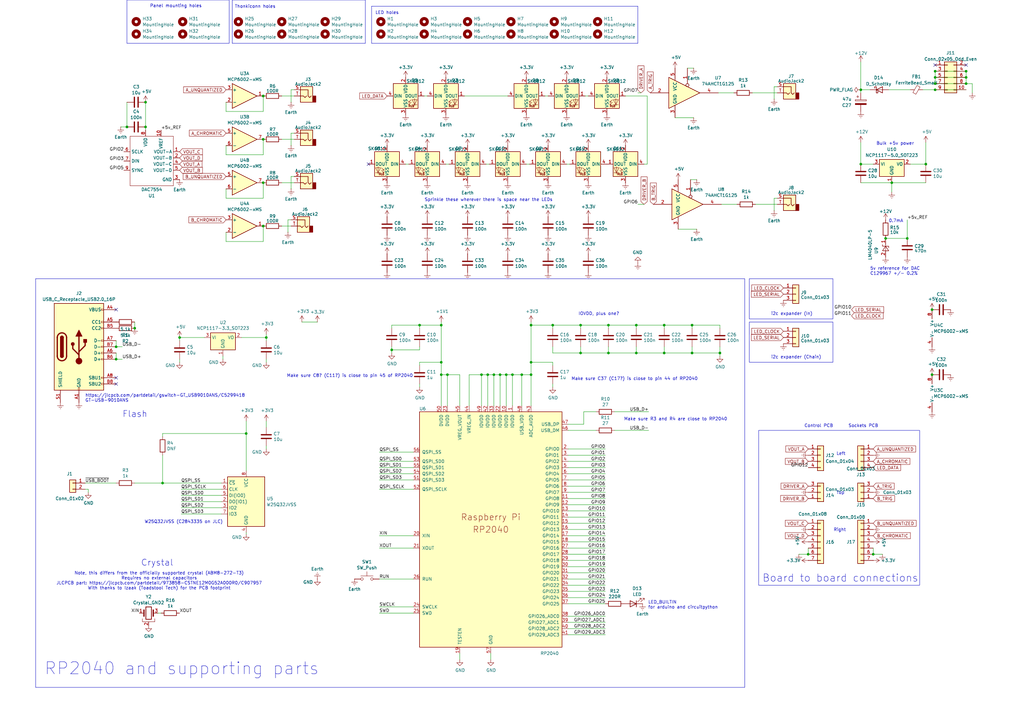
<source format=kicad_sch>
(kicad_sch (version 20231120) (generator "eeschema") (generator_version "8.0")
  (paper "A3")
  (junction (at 383.54 36.83))
  (junction (at 260.985 144.78))
  (junction (at 249.555 133.35))
  (junction (at 172.085 133.35))
  (junction (at 207.645 153.67))
  (junction (at 238.125 144.78))
  (junction (at 55.245 134.62))
  (junction (at 107.95 92.71))
  (junction (at 353.06 36.83))
  (junction (at 295.275 144.78))
  (junction (at 382.27 127))
  (junction (at 200.025 153.67))
  (junction (at 382.27 153.67))
  (junction (at 396.24 34.29))
  (junction (at 180.975 153.67))
  (junction (at 396.24 31.75))
  (junction (at 202.565 153.67))
  (junction (at 59.69 52.07))
  (junction (at 249.555 144.78))
  (junction (at 107.95 39.37))
  (junction (at 217.805 153.67))
  (junction (at 197.485 153.67))
  (junction (at 66.675 198.12))
  (junction (at 183.515 153.67))
  (junction (at 217.805 133.35))
  (junction (at 260.985 133.35))
  (junction (at 331.47 227.33))
  (junction (at 283.845 133.35))
  (junction (at 383.54 29.21))
  (junction (at 383.54 31.75))
  (junction (at 180.975 148.59))
  (junction (at 109.22 138.43))
  (junction (at 372.11 97.79))
  (junction (at 107.95 74.93))
  (junction (at 396.24 29.21))
  (junction (at 73.66 138.43))
  (junction (at 160.655 143.51))
  (junction (at 358.14 227.33))
  (junction (at 379.73 67.31))
  (junction (at 238.125 133.35))
  (junction (at 365.76 74.93))
  (junction (at 283.845 144.78))
  (junction (at 383.54 34.29))
  (junction (at 52.07 52.07))
  (junction (at 210.185 153.67))
  (junction (at 217.805 148.59))
  (junction (at 272.415 144.78))
  (junction (at 47.625 147.32))
  (junction (at 272.415 133.35))
  (junction (at 180.975 133.35))
  (junction (at 59.69 41.91))
  (junction (at 226.695 133.35))
  (junction (at 107.95 57.15))
  (junction (at 100.965 177.8))
  (junction (at 353.06 67.31))
  (junction (at 213.995 153.67))
  (junction (at 363.22 97.79))
  (junction (at 205.105 153.67))
  (junction (at 47.625 142.24))
  (no_connect (at 151.13 67.31))
  (no_connect (at 396.24 26.67))
  (no_connect (at 47.625 157.48))
  (no_connect (at 47.625 154.94))
  (no_connect (at 47.625 127))
  (no_connect (at 383.54 26.67))
  (wire (pts (xy 249.555 142.24) (xy 249.555 144.78)))
  (wire (pts (xy 107.95 57.15) (xy 107.95 63.5)))
  (wire (pts (xy 226.695 157.48) (xy 226.695 158.75)))
  (wire (pts (xy 353.06 67.31) (xy 358.14 67.31)))
  (wire (pts (xy 383.54 31.75) (xy 396.24 31.75)))
  (wire (pts (xy 160.655 142.24) (xy 160.655 143.51)))
  (wire (pts (xy 272.415 134.62) (xy 272.415 133.35)))
  (wire (pts (xy 55.245 132.08) (xy 55.245 134.62)))
  (wire (pts (xy 261.62 38.1) (xy 262.89 38.1)))
  (wire (pts (xy 238.125 133.35) (xy 249.555 133.35)))
  (wire (pts (xy 160.655 143.51) (xy 172.085 143.51)))
  (wire (pts (xy 169.545 185.42) (xy 155.575 185.42)))
  (wire (pts (xy 107.95 45.72) (xy 92.71 45.72)))
  (wire (pts (xy 281.94 27.94) (xy 284.48 27.94)))
  (wire (pts (xy 233.045 204.47) (xy 248.285 204.47)))
  (wire (pts (xy 91.44 146.05) (xy 91.44 147.32)))
  (wire (pts (xy 217.805 132.08) (xy 217.805 133.35)))
  (wire (pts (xy 190.5 39.37) (xy 208.28 39.37)))
  (wire (pts (xy 283.845 144.78) (xy 272.415 144.78)))
  (wire (pts (xy 249.555 144.78) (xy 238.125 144.78)))
  (wire (pts (xy 47.625 142.24) (xy 50.165 142.24)))
  (wire (pts (xy 115.57 74.93) (xy 120.65 74.93)))
  (wire (pts (xy 226.695 142.24) (xy 226.695 144.78)))
  (wire (pts (xy 202.565 166.37) (xy 202.565 153.67)))
  (wire (pts (xy 92.71 45.72) (xy 92.71 41.91)))
  (wire (pts (xy 92.71 99.06) (xy 92.71 95.25)))
  (wire (pts (xy 205.105 153.67) (xy 207.645 153.67)))
  (wire (pts (xy 107.95 74.93) (xy 107.95 81.28)))
  (wire (pts (xy 183.515 153.67) (xy 180.975 153.67)))
  (wire (pts (xy 115.57 92.71) (xy 119.38 92.71)))
  (wire (pts (xy 107.95 99.06) (xy 92.71 99.06)))
  (wire (pts (xy 276.86 48.26) (xy 284.48 48.26)))
  (wire (pts (xy 109.22 147.32) (xy 109.22 148.59)))
  (wire (pts (xy 66.675 177.8) (xy 100.965 177.8)))
  (wire (pts (xy 180.975 132.08) (xy 180.975 133.35)))
  (wire (pts (xy 272.415 144.78) (xy 260.985 144.78)))
  (wire (pts (xy 226.695 134.62) (xy 226.695 133.35)))
  (wire (pts (xy 283.845 133.35) (xy 295.275 133.35)))
  (wire (pts (xy 197.485 153.67) (xy 200.025 153.67)))
  (wire (pts (xy 364.49 36.83) (xy 373.38 36.83)))
  (wire (pts (xy 373.38 67.31) (xy 379.73 67.31)))
  (wire (pts (xy 172.085 133.35) (xy 180.975 133.35)))
  (wire (pts (xy 295.275 134.62) (xy 295.275 133.35)))
  (wire (pts (xy 207.645 153.67) (xy 210.185 153.67)))
  (wire (pts (xy 169.545 251.46) (xy 155.575 251.46)))
  (wire (pts (xy 172.085 157.48) (xy 172.085 158.75)))
  (wire (pts (xy 256.54 39.37) (xy 265.43 39.37)))
  (wire (pts (xy 233.045 237.49) (xy 248.285 237.49)))
  (wire (pts (xy 383.54 29.21) (xy 396.24 29.21)))
  (wire (pts (xy 210.185 153.67) (xy 213.995 153.67)))
  (wire (pts (xy 283.845 134.62) (xy 283.845 133.35)))
  (wire (pts (xy 217.805 148.59) (xy 226.695 148.59)))
  (wire (pts (xy 49.53 52.07) (xy 52.07 52.07)))
  (wire (pts (xy 180.975 153.67) (xy 180.975 166.37)))
  (wire (pts (xy 155.575 196.85) (xy 169.545 196.85)))
  (wire (pts (xy 59.69 52.07) (xy 59.69 53.34)))
  (wire (pts (xy 249.555 133.35) (xy 260.985 133.35)))
  (wire (pts (xy 66.675 198.12) (xy 90.805 198.12)))
  (wire (pts (xy 383.54 29.21) (xy 383.54 31.75)))
  (wire (pts (xy 233.045 207.01) (xy 248.285 207.01)))
  (wire (pts (xy 260.985 142.24) (xy 260.985 144.78)))
  (wire (pts (xy 233.045 240.03) (xy 248.285 240.03)))
  (wire (pts (xy 283.21 73.66) (xy 285.75 73.66)))
  (wire (pts (xy 309.88 83.82) (xy 318.77 83.82)))
  (wire (pts (xy 109.22 138.43) (xy 109.22 137.16)))
  (wire (pts (xy 180.975 133.35) (xy 180.975 148.59)))
  (wire (pts (xy 90.805 205.74) (xy 74.295 205.74)))
  (wire (pts (xy 119.38 36.83) (xy 120.65 36.83)))
  (wire (pts (xy 317.5 40.64) (xy 317.5 35.56)))
  (wire (pts (xy 119.38 59.69) (xy 119.38 54.61)))
  (wire (pts (xy 59.69 41.91) (xy 59.69 52.07)))
  (wire (pts (xy 378.46 36.83) (xy 383.54 36.83)))
  (wire (pts (xy 233.045 229.87) (xy 248.285 229.87)))
  (wire (pts (xy 99.06 138.43) (xy 109.22 138.43)))
  (wire (pts (xy 52.07 41.91) (xy 52.07 52.07)))
  (wire (pts (xy 372.11 90.17) (xy 372.11 97.79)))
  (wire (pts (xy 166.37 67.31) (xy 167.64 67.31)))
  (wire (pts (xy 295.275 142.24) (xy 295.275 144.78)))
  (wire (pts (xy 363.22 97.79) (xy 372.11 97.79)))
  (wire (pts (xy 119.38 72.39) (xy 120.65 72.39)))
  (wire (pts (xy 358.14 224.79) (xy 358.14 227.33)))
  (wire (pts (xy 233.045 194.31) (xy 248.285 194.31)))
  (wire (pts (xy 47.625 139.7) (xy 47.625 142.24)))
  (wire (pts (xy 188.595 153.67) (xy 183.515 153.67)))
  (wire (pts (xy 169.545 224.79) (xy 155.575 224.79)))
  (wire (pts (xy 383.54 34.29) (xy 396.24 34.29)))
  (wire (pts (xy 200.025 153.67) (xy 202.565 153.67)))
  (wire (pts (xy 238.125 134.62) (xy 238.125 133.35)))
  (wire (pts (xy 100.965 172.72) (xy 100.965 177.8)))
  (wire (pts (xy 317.5 81.28) (xy 318.77 81.28)))
  (wire (pts (xy 233.045 234.95) (xy 248.285 234.95)))
  (wire (pts (xy 155.575 191.77) (xy 169.545 191.77)))
  (wire (pts (xy 217.805 153.67) (xy 217.805 166.37)))
  (wire (pts (xy 172.085 143.51) (xy 172.085 142.24)))
  (wire (pts (xy 188.595 267.97) (xy 188.595 270.51)))
  (wire (pts (xy 202.565 153.67) (xy 205.105 153.67)))
  (wire (pts (xy 201.295 267.97) (xy 201.295 270.51)))
  (wire (pts (xy 353.06 25.4) (xy 353.06 36.83)))
  (wire (pts (xy 155.575 194.31) (xy 169.545 194.31)))
  (wire (pts (xy 365.76 74.93) (xy 353.06 74.93)))
  (wire (pts (xy 272.415 133.35) (xy 283.845 133.35)))
  (wire (pts (xy 183.515 166.37) (xy 183.515 153.67)))
  (wire (pts (xy 233.045 245.11) (xy 248.285 245.11)))
  (wire (pts (xy 233.045 257.81) (xy 248.285 257.81)))
  (wire (pts (xy 172.085 148.59) (xy 180.975 148.59)))
  (wire (pts (xy 233.045 217.17) (xy 248.285 217.17)))
  (wire (pts (xy 233.045 242.57) (xy 248.285 242.57)))
  (wire (pts (xy 119.38 54.61) (xy 120.65 54.61)))
  (wire (pts (xy 353.06 36.83) (xy 356.87 36.83)))
  (wire (pts (xy 34.925 200.66) (xy 36.195 200.66)))
  (wire (pts (xy 197.485 166.37) (xy 197.485 153.67)))
  (wire (pts (xy 233.045 219.71) (xy 248.285 219.71)))
  (wire (pts (xy 118.11 90.17) (xy 119.38 90.17)))
  (wire (pts (xy 233.045 212.09) (xy 248.285 212.09)))
  (wire (pts (xy 160.655 133.35) (xy 172.085 133.35)))
  (wire (pts (xy 233.045 222.25) (xy 248.285 222.25)))
  (wire (pts (xy 123.825 132.08) (xy 130.175 132.08)))
  (wire (pts (xy 383.54 36.83) (xy 396.24 36.83)))
  (wire (pts (xy 109.22 139.7) (xy 109.22 138.43)))
  (wire (pts (xy 83.82 138.43) (xy 73.66 138.43)))
  (wire (pts (xy 184.15 67.31) (xy 182.88 67.31)))
  (wire (pts (xy 283.845 142.24) (xy 283.845 144.78)))
  (wire (pts (xy 398.78 34.29) (xy 396.24 34.29)))
  (wire (pts (xy 396.24 29.21) (xy 396.24 31.75)))
  (wire (pts (xy 160.655 134.62) (xy 160.655 133.35)))
  (wire (pts (xy 226.695 133.35) (xy 238.125 133.35)))
  (wire (pts (xy 155.575 219.71) (xy 169.545 219.71)))
  (wire (pts (xy 169.545 200.66) (xy 155.575 200.66)))
  (wire (pts (xy 115.57 39.37) (xy 120.65 39.37)))
  (wire (pts (xy 260.985 133.35) (xy 272.415 133.35)))
  (wire (pts (xy 249.555 134.62) (xy 249.555 133.35)))
  (wire (pts (xy 396.24 31.75) (xy 396.24 34.29)))
  (wire (pts (xy 36.195 200.66) (xy 36.195 201.93)))
  (wire (pts (xy 210.185 153.67) (xy 210.185 166.37)))
  (wire (pts (xy 233.045 247.65) (xy 248.285 247.65)))
  (wire (pts (xy 233.045 201.93) (xy 248.285 201.93)))
  (wire (pts (xy 207.645 166.37) (xy 207.645 153.67)))
  (wire (pts (xy 100.965 177.8) (xy 100.965 193.04)))
  (wire (pts (xy 92.71 63.5) (xy 92.71 59.69)))
  (wire (pts (xy 233.045 214.63) (xy 248.285 214.63)))
  (wire (pts (xy 233.045 232.41) (xy 248.285 232.41)))
  (wire (pts (xy 239.395 168.91) (xy 239.395 173.99)))
  (wire (pts (xy 90.805 203.2) (xy 74.295 203.2)))
  (wire (pts (xy 200.025 166.37) (xy 200.025 153.67)))
  (wire (pts (xy 233.045 184.15) (xy 248.285 184.15)))
  (wire (pts (xy 47.625 198.12) (xy 34.925 198.12)))
  (wire (pts (xy 233.045 260.35) (xy 248.285 260.35)))
  (wire (pts (xy 233.045 176.53) (xy 244.475 176.53)))
  (wire (pts (xy 383.54 31.75) (xy 383.54 34.29)))
  (wire (pts (xy 217.805 148.59) (xy 217.805 153.67)))
  (wire (pts (xy 308.61 38.1) (xy 318.77 38.1)))
  (wire (pts (xy 100.965 219.075) (xy 100.965 218.44)))
  (wire (pts (xy 233.68 67.31) (xy 232.41 67.31)))
  (wire (pts (xy 252.095 168.91) (xy 266.065 168.91)))
  (wire (pts (xy 73.66 139.7) (xy 73.66 138.43)))
  (wire (pts (xy 172.085 134.62) (xy 172.085 133.35)))
  (wire (pts (xy 358.14 227.33) (xy 361.95 227.33)))
  (wire (pts (xy 169.545 248.92) (xy 155.575 248.92)))
  (wire (pts (xy 173.99 39.37) (xy 175.26 39.37)))
  (wire (pts (xy 192.405 166.37) (xy 192.405 153.67)))
  (wire (pts (xy 353.06 36.83) (xy 353.06 38.1)))
  (wire (pts (xy 294.64 38.1) (xy 300.99 38.1)))
  (wire (pts (xy 233.045 209.55) (xy 248.285 209.55)))
  (wire (pts (xy 317.5 86.36) (xy 317.5 81.28)))
  (wire (pts (xy 233.045 224.79) (xy 248.285 224.79)))
  (wire (pts (xy 107.95 92.71) (xy 107.95 99.06)))
  (wire (pts (xy 295.91 83.82) (xy 302.26 83.82)))
  (wire (pts (xy 172.085 149.86) (xy 172.085 148.59)))
  (wire (pts (xy 213.995 153.67) (xy 217.805 153.67)))
  (wire (pts (xy 365.76 74.93) (xy 365.76 78.74)))
  (wire (pts (xy 180.975 148.59) (xy 180.975 153.67)))
  (wire (pts (xy 240.03 39.37) (xy 241.3 39.37)))
  (wire (pts (xy 64.77 251.46) (xy 66.04 251.46)))
  (wire (pts (xy 90.805 210.82) (xy 74.295 210.82)))
  (wire (pts (xy 239.395 168.91) (xy 244.475 168.91)))
  (wire (pts (xy 205.105 166.37) (xy 205.105 153.67)))
  (wire (pts (xy 107.95 63.5) (xy 92.71 63.5)))
  (wire (pts (xy 283.845 144.78) (xy 295.275 144.78)))
  (wire (pts (xy 278.13 93.98) (xy 285.75 93.98)))
  (wire (pts (xy 213.995 166.37) (xy 213.995 153.67)))
  (wire (pts (xy 74.295 200.66) (xy 90.805 200.66)))
  (wire (pts (xy 238.125 142.24) (xy 238.125 144.78)))
  (wire (pts (xy 73.66 147.32) (xy 73.66 148.59)))
  (wire (pts (xy 217.805 133.35) (xy 217.805 148.59)))
  (wire (pts (xy 252.095 176.53) (xy 266.065 176.53)))
  (wire (pts (xy 261.62 83.82) (xy 264.16 83.82)))
  (wire (pts (xy 160.655 143.51) (xy 160.655 144.78)))
  (wire (pts (xy 233.045 186.69) (xy 248.285 186.69)))
  (wire (pts (xy 223.52 39.37) (xy 224.79 39.37)))
  (wire (pts (xy 260.985 134.62) (xy 260.985 133.35)))
  (wire (pts (xy 233.045 196.85) (xy 248.285 196.85)))
  (wire (pts (xy 238.125 144.78) (xy 226.695 144.78)))
  (wire (pts (xy 107.95 39.37) (xy 107.95 45.72)))
  (wire (pts (xy 217.17 67.31) (xy 215.9 67.31)))
  (wire (pts (xy 47.625 144.78) (xy 47.625 147.32)))
  (wire (pts (xy 217.805 133.35) (xy 226.695 133.35)))
  (wire (pts (xy 379.73 58.42) (xy 379.73 67.31)))
  (wire (pts (xy 226.695 149.86) (xy 226.695 148.59)))
  (wire (pts (xy 118.11 95.25) (xy 118.11 90.17)))
  (wire (pts (xy 155.575 189.23) (xy 169.545 189.23)))
  (wire (pts (xy 233.045 199.39) (xy 248.285 199.39)))
  (wire (pts (xy 295.275 144.78) (xy 295.275 146.05)))
  (wire (pts (xy 233.045 173.99) (xy 239.395 173.99)))
  (wire (pts (xy 365.76 74.93) (xy 379.73 74.93)))
  (wire (pts (xy 398.78 38.1) (xy 398.78 34.29)))
  (wire (pts (xy 119.38 41.91) (xy 119.38 36.83)))
  (wire (pts (xy 90.805 208.28) (xy 74.295 208.28)))
  (wire (pts (xy 115.57 57.15) (xy 120.65 57.15)))
  (wire (pts (xy 353.06 58.42) (xy 353.06 67.31)))
  (wire (pts (xy 327.66 227.33) (xy 331.47 227.33)))
  (wire (pts (xy 260.985 144.78) (xy 249.555 144.78)))
  (wire (pts (xy 47.625 147.32) (xy 50.165 147.32)))
  (wire (pts (xy 200.66 67.31) (xy 199.39 67.31)))
  (wire (pts (xy 66.675 179.07) (xy 66.675 177.8)))
  (wire (pts (xy 119.38 77.47) (xy 119.38 72.39)))
  (wire (pts (xy 233.045 252.73) (xy 248.285 252.73)))
  (wire (pts (xy 272.415 142.24) (xy 272.415 144.78)))
  (wire (pts (xy 331.47 224.79) (xy 331.47 227.33)))
  (wire (pts (xy 192.405 153.67) (xy 197.485 153.67)))
  (wire (pts (xy 233.045 227.33) (xy 248.285 227.33)))
  (wire (pts (xy 109.22 172.72) (xy 109.22 175.26)))
  (wire (pts (xy 233.045 191.77) (xy 248.285 191.77)))
  (wire (pts (xy 265.43 39.37) (xy 265.43 67.31)))
  (wire (pts (xy 107.95 81.28) (xy 92.71 81.28)))
  (wire (pts (xy 233.045 189.23) (xy 248.285 189.23)))
  (wire (pts (xy 92.71 81.28) (xy 92.71 77.47)))
  (wire (pts (xy 188.595 166.37) (xy 188.595 153.67)))
  (wire (pts (xy 66.675 186.69) (xy 66.675 198.12)))
  (wire (pts (xy 109.22 182.88) (xy 109.22 184.15)))
  (wire (pts (xy 317.5 35.56) (xy 318.77 35.56)))
  (wire (pts (xy 55.245 198.12) (xy 66.675 198.12)))
  (wire (pts (xy 233.045 255.27) (xy 248.285 255.27)))
  (wire (pts (xy 169.545 237.49) (xy 155.575 237.49)))
  (wire (pts (xy 265.43 67.31) (xy 264.16 67.31)))
  (rectangle (start 307.34 132.08) (end 341.63 148.59))
  (rectangle (start 152.4 2.54) (end 261.62 17.78))
  (rectangle (start 14.605 114.3) (end 305.435 281.94))
  (rectangle (start 311.15 176.53) (end 377.19 240.03))
  (rectangle (start 95.25 0) (end 149.86 17.78))
  (rectangle (start 307.34 114.3) (end 341.63 130.81))
  (rectangle (start 52.07 0) (end 93.98 17.78))
  (text "Right" (at 344.424 217.424 0) (effects (font (size 1.27 1.27))))
  (text "Make sure C37 (C17?) is close to pin 44 of RP2040" (at 234.315 156.21 0) (effects (font (size 1.27 1.27)) (justify left bottom)))
  (text "IOVDD, plus one?" (at 237.236 129.54 0) (effects (font (size 1.27 1.27)) (justify left bottom)))
  (text "LED holes" (at 158.75 5.334 0) (effects (font (size 1.27 1.27))))
  (text "Crystal" (at 57.785 232.41 0) (effects (font (size 2.54 2.54)) (justify left bottom)))
  (text "0.7mA" (at 364.49 91.44 0) (effects (font (size 1.27 1.27)) (justify left bottom)))
  (text "i2c expander (Chain)" (at 316.23 147.32 0) (effects (font (size 1.27 1.27)) (justify left bottom)))
  (text "Panel mounting holes" (at 72.136 2.54 0) (effects (font (size 1.27 1.27))))
  (text "Flash" (at 50.165 171.45 0) (effects (font (size 2.54 2.54)) (justify left bottom)))
  (text "Left" (at 344.932 186.182 0) (effects (font (size 1.27 1.27))))
  (text "Note, this differs from the officially supported crystal (ABM8-272-T3)\nRequires no external capacitors\nJLCPCB part: https://jlcpcb.com/partdetail/973858-CSTNE12M0G52A000R0/C907957\nWith thanks to Izaak (Toadstool Tech) for the PCB footprint" (at 65.278 238.252 0) (effects (font (size 1.27 1.27))))
  (text "Control PCB" (at 335.788 174.752 0) (effects (font (size 1.27 1.27))))
  (text "Make sure C8? (C11?) is close to pin 45 of RP2040" (at 117.602 154.94 0) (effects (font (size 1.27 1.27)) (justify left bottom)))
  (text "i2c expander (In)" (at 316.23 129.54 0) (effects (font (size 1.27 1.27)) (justify left bottom)))
  (text "Thonkiconn holes" (at 104.648 2.794 0) (effects (font (size 1.27 1.27))))
  (text "5v reference for DAC\nC129967 +/- 0.2%" (at 356.87 113.03 0) (effects (font (size 1.27 1.27)) (justify left bottom)))
  (text "https://jlcpcb.com/partdetail/gswitch-GT_USB9010ANS/C5299418\nGT-USB-9010ANS" (at 34.925 163.322 0) (effects (font (size 1.27 1.27)) (justify left)))
  (text "LED_BUILTIN \nfor arduino and circuitpython" (at 265.811 248.158 0) (effects (font (size 1.27 1.27)) (justify left)))
  (text "Make sure R3 and R4 are close to RP2040" (at 255.905 172.72 0) (effects (font (size 1.27 1.27)) (justify left bottom)))
  (text "RP2040 and supporting parts" (at 74.549 274.32 0) (effects (font (size 5 5))))
  (text "Top" (at 344.678 202.184 0) (effects (font (size 1.27 1.27))))
  (text "Sockets PCB" (at 354.076 174.752 0) (effects (font (size 1.27 1.27))))
  (text "W25Q32JVSS (C2843335 on JLC) " (at 75.819 214.122 0) (effects (font (size 1.27 1.27))))
  (text "Sprinkle these wherever there is space near the LEDs" (at 200.406 82.042 0) (effects (font (size 1.27 1.27))))
  (text "Bulk +5v power" (at 359.41 59.69 0) (effects (font (size 1.27 1.27)) (justify left bottom)))
  (text "Board to board connections" (at 344.678 237.236 0) (effects (font (size 3 3))))
  (label "QSPI_SD0" (at 74.295 203.2 0))
  (label "XOUT" (at 73.66 251.46 0))
  (label "GPIO18" (at 248.285 229.87 180))
  (label "GPIO10" (at 248.285 209.55 180))
  (label "QSPI_SD0" (at 155.575 189.23 0))
  (label "GPIO27_ADC1" (at 248.285 255.27 180))
  (label "GPIO25" (at 248.285 247.65 180))
  (label "USB_D+" (at 266.065 168.91 180))
  (label "QSPI_SD3" (at 155.575 196.85 0))
  (label "GPIO29_ADC3" (at 248.285 260.35 180))
  (label "GPIO14" (at 248.285 219.71 180))
  (label "QSPI_SD3" (at 74.295 210.82 0))
  (label "GPIO0" (at 248.285 184.15 180))
  (label "GPIO17" (at 248.285 227.33 180))
  (label "GPIO20" (at 248.285 234.95 180))
  (label "GPIO5" (at 248.285 196.85 180))
  (label "XIN" (at 57.15 251.46 180))
  (label "QSPI_SCLK" (at 155.575 200.66 0))
  (label "GPIO1" (at 248.285 186.69 180))
  (label "GPIO8" (at 248.285 204.47 180))
  (label "GPIO2" (at 248.285 189.23 180))
  (label "GPIO16" (at 248.285 224.79 180))
  (label "GPIO9" (at 248.285 207.01 180))
  (label "GPIO11" (at 349.25 129.54 180))
  (label "GPIO21" (at 248.285 237.49 180))
  (label "SWD" (at 155.575 251.46 0))
  (label "GPIO13" (at 248.285 217.17 180))
  (label "QSPI_SCLK" (at 74.295 200.66 0))
  (label "GPIO28_ADC2" (at 248.285 257.81 180))
  (label "GPIO5" (at 50.8 69.85 180))
  (label "USB_D-" (at 266.065 176.53 180))
  (label "GPIO6" (at 248.285 199.39 180))
  (label "SWCLK" (at 155.575 248.92 0))
  (label "GPIO19" (at 248.285 232.41 180))
  (label "GPIO2" (at 50.8 62.23 180))
  (label "GPIO11" (at 248.285 212.09 180))
  (label "GPIO15" (at 248.285 222.25 180))
  (label "GPIO24" (at 248.285 245.11 180))
  (label "RUN" (at 155.575 237.49 0))
  (label "USB_D-" (at 50.165 142.24 0))
  (label "XIN" (at 155.575 219.71 0))
  (label "GPIO4" (at 248.285 194.31 180))
  (label "GPIO6" (at 261.62 83.82 180))
  (label "GPIO7" (at 261.62 38.1 180))
  (label "+5v_REF" (at 66.04 53.34 0))
  (label "GPIO12" (at 331.47 191.77 180))
  (label "GPIO26_ADC0" (at 248.285 252.73 180))
  (label "QSPI_SD1" (at 74.295 205.74 0))
  (label "GPIO7" (at 248.285 201.93 180))
  (label "GPIO3" (at 248.285 191.77 180))
  (label "~{USB_BOOT}" (at 34.925 198.12 0))
  (label "GPIO22" (at 248.285 240.03 180))
  (label "GPIO10" (at 349.25 127 180))
  (label "QSPI_SS" (at 74.295 198.12 0))
  (label "GPIO12" (at 248.285 214.63 180))
  (label "QSPI_SS" (at 155.575 185.42 0))
  (label "USB_D+" (at 50.165 147.32 0))
  (label "GPIO3" (at 50.8 66.04 180))
  (label "GPIO23" (at 248.285 242.57 180))
  (label "QSPI_SD2" (at 155.575 194.31 0))
  (label "XOUT" (at 155.575 224.79 0))
  (label "QSPI_SD2" (at 74.295 208.28 0))
  (label "QSPI_SD1" (at 155.575 191.77 0))
  (label "+5v_REF" (at 372.11 90.17 0))
  (global_label "B_TRIG" (shape input) (at 358.14 204.47 0) (property "Intersheetrefs" "${INTERSHEET_REFS}" (effects (hide yes))))
  (global_label "DRIVER_A" (shape input) (at 331.47 199.39 180) (property "Intersheetrefs" "${INTERSHEET_REFS}" (effects (hide yes))))
  (global_label "DRIVER_B" (shape input) (at 331.47 204.47 180) (property "Intersheetrefs" "${INTERSHEET_REFS}" (effects (hide yes))))
  (global_label "LED_DATA" (shape input) (at 358.14 191.77 0) (property "Intersheetrefs" "${INTERSHEET_REFS}" (effects (hide yes))))
  (global_label "A_UNQUANTIZED" (shape input) (at 92.71 36.83 180) (property "Intersheetrefs" "${INTERSHEET_REFS}" (effects (hide yes))))
  (global_label "A_CHROMATIC" (shape input) (at 92.71 54.61 180) (property "Intersheetrefs" "${INTERSHEET_REFS}" (effects (hide yes))))
  (global_label "VOUT_A" (shape input) (at 73.66 67.31 0) (property "Intersheetrefs" "${INTERSHEET_REFS}" (effects (hide yes))))
  (global_label "LED_CLOCK" (shape input) (at 321.31 118.11 180) (property "Intersheetrefs" "${INTERSHEET_REFS}" (effects (hide yes))))
  (global_label "VOUT_C" (shape input) (at 73.66 62.23 0) (property "Intersheetrefs" "${INTERSHEET_REFS}" (effects (hide yes))))
  (global_label "DRIVER_B" (shape input) (at 264.16 83.82 90) (property "Intersheetrefs" "${INTERSHEET_REFS}" (effects (hide yes))))
  (global_label "VOUT_B" (shape input) (at 331.47 189.23 180) (property "Intersheetrefs" "${INTERSHEET_REFS}" (effects (hide yes))))
  (global_label "A_CHROMATIC" (shape input) (at 358.14 189.23 0) (property "Intersheetrefs" "${INTERSHEET_REFS}" (effects (hide yes))))
  (global_label "LED_SERIAL" (shape input) (at 321.31 138.43 180) (property "Intersheetrefs" "${INTERSHEET_REFS}" (effects (hide yes))))
  (global_label "LED_DATA" (shape input) (at 158.75 39.37 180) (property "Intersheetrefs" "${INTERSHEET_REFS}" (effects (hide yes))))
  (global_label "VOUT_C" (shape input) (at 331.47 214.63 180) (property "Intersheetrefs" "${INTERSHEET_REFS}" (effects (hide yes))))
  (global_label "A_UNQUANTIZED" (shape input) (at 358.14 184.15 0) (property "Intersheetrefs" "${INTERSHEET_REFS}" (effects (hide yes))))
  (global_label "B_TRIG" (shape input) (at 267.97 83.82 90) (property "Intersheetrefs" "${INTERSHEET_REFS}" (effects (hide yes))))
  (global_label "LED_CLOCK" (shape input) (at 349.25 129.54 0) (property "Intersheetrefs" "${INTERSHEET_REFS}" (effects (hide yes))))
  (global_label "VOUT_D" (shape input) (at 331.47 219.71 180) (property "Intersheetrefs" "${INTERSHEET_REFS}" (effects (hide yes))))
  (global_label "VOUT_A" (shape input) (at 331.47 184.15 180) (property "Intersheetrefs" "${INTERSHEET_REFS}" (effects (hide yes))))
  (global_label "A_TRIG" (shape input) (at 358.14 199.39 0) (property "Intersheetrefs" "${INTERSHEET_REFS}" (effects (hide yes))))
  (global_label "LED_SERIAL" (shape input) (at 321.31 120.65 180) (property "Intersheetrefs" "${INTERSHEET_REFS}" (effects (hide yes))))
  (global_label "B_UNQUANTIZED" (shape input) (at 92.71 72.39 180) (property "Intersheetrefs" "${INTERSHEET_REFS}" (effects (hide yes))))
  (global_label "A_TRIG" (shape input) (at 266.7 38.1 90) (property "Intersheetrefs" "${INTERSHEET_REFS}" (effects (hide yes))))
  (global_label "DRIVER_A" (shape input) (at 262.89 38.1 90) (property "Intersheetrefs" "${INTERSHEET_REFS}" (effects (hide yes))))
  (global_label "B_CHROMATIC" (shape input) (at 92.71 90.17 180) (property "Intersheetrefs" "${INTERSHEET_REFS}" (effects (hide yes))))
  (global_label "VOUT_D" (shape input) (at 73.66 64.77 0) (property "Intersheetrefs" "${INTERSHEET_REFS}" (effects (hide yes))))
  (global_label "LED_CLOCK" (shape input) (at 321.31 135.89 180) (property "Intersheetrefs" "${INTERSHEET_REFS}" (effects (hide yes))))
  (global_label "LED_SERIAL" (shape input) (at 349.25 127 0) (property "Intersheetrefs" "${INTERSHEET_REFS}" (effects (hide yes))))
  (global_label "B_UNQUANTIZED" (shape input) (at 358.14 214.63 0) (property "Intersheetrefs" "${INTERSHEET_REFS}" (effects (hide yes))))
  (global_label "VOUT_B" (shape input) (at 73.66 69.85 0) (property "Intersheetrefs" "${INTERSHEET_REFS}" (effects (hide yes))))
  (global_label "B_CHROMATIC" (shape input) (at 358.14 219.71 0) (property "Intersheetrefs" "${INTERSHEET_REFS}" (effects (hide yes))))
  (symbol (lib_id "Divergent Waves:XL-1010RGBC-WS2812B") (at 248.92 39.37 0) (unit 1)
    (property "Reference" "D8" (at 254 33.655 0) (effects (justify right bottom)))
    (property "Value" "SK6812" (at 252.984 33.274 0))
    (property "Footprint" "Divergent:XINGLIGHT-XL-1010RGBC-WS2812B" (effects (hide yes)))
    (property "Datasheet" "https://cdn-shop.adafruit.com/product-files/2686/SK6812MINI_REV.01-1-2.pdf" (effects (hide yes)))
    (property "Description" "RGB LED with integrated controller" (effects (hide yes)))
  )
  (symbol (lib_name "Earth_1") (lib_id "power:Earth") (at 321.31 123.19 0) (unit 1)
    (property "Reference" "#PWR082" (effects (hide yes)))
    (property "Value" "Earth" (effects (hide yes)))
  )
  (symbol (lib_id "Connector_Audio:AudioJack2") (at 323.85 38.1 0) (mirror y) (unit 1)
    (property "Reference" "J7" (at 324.485 31.2801 0))
    (property "Value" "AudioJack2" (at 324.485 33.2011 0))
    (property "Footprint" "Connector_Audio:Jack_3.5mm_QingPu_WQP-PJ398SM_Vertical_CircularHoles" (effects (hide yes)))
  )
  (symbol (lib_id "Device:C") (at 191.77 107.95 180) (unit 1)
    (property "Reference" "C33" (at 194.691 106.7378 0) (effects (justify right)))
    (property "Value" "100n" (at 194.691 109.1621 0) (effects (justify right)))
    (property "Footprint" "Capacitor_SMD:C_0402_1005Metric" (effects (hide yes)))
  )
  (symbol (lib_id "Mechanical:MountingHole") (at 227.33 13.97 0) (unit 1) (exclude_from_sim yes) (in_bom no)
    (property "Reference" "H10" (at 229.87 12.7578 0) (effects (justify left)))
    (property "Value" "MountingHole" (at 229.87 15.1821 0) (effects (justify left)))
    (property "Footprint" "Divergent:3mm-LED-hole" (effects (hide yes)))
    (property "Description" "Mounting Hole without connection" (effects (hide yes)))
  )
  (symbol (lib_id "Device:C") (at 172.085 153.67 0) (unit 1)
    (property "Reference" "C11" (at 175.006 152.5016 0) (effects (justify left)))
    (property "Value" "1u" (at 175.006 154.813 0) (effects (justify left)))
    (property "Footprint" "Capacitor_SMD:C_0402_1005Metric" (effects (hide yes)))
  )
  (symbol (lib_id "Divergent Waves:XL-1010RGBC-WS2812B") (at 215.9 39.37 0) (unit 1)
    (property "Reference" "D6" (at 220.98 33.655 0) (effects (justify right bottom)))
    (property "Value" "SK6812" (at 219.964 33.274 0))
    (property "Footprint" "Divergent:XINGLIGHT-XL-1010RGBC-WS2812B" (effects (hide yes)))
    (property "Datasheet" "https://cdn-shop.adafruit.com/product-files/2686/SK6812MINI_REV.01-1-2.pdf" (effects (hide yes)))
    (property "Description" "RGB LED with integrated controller" (effects (hide yes)))
  )
  (symbol (lib_id "Mechanical:MountingHole") (at 227.33 8.89 0) (unit 1) (exclude_from_sim yes) (in_bom no)
    (property "Reference" "H9" (at 229.87 7.6778 0) (effects (justify left)))
    (property "Value" "MountingHole" (at 229.87 10.1021 0) (effects (justify left)))
    (property "Footprint" "Divergent:3mm-LED-hole" (effects (hide yes)))
    (property "Description" "Mounting Hole without connection" (effects (hide yes)))
  )
  (symbol (lib_name "Earth_7") (lib_id "power:Earth") (at 358.14 217.17 90) (unit 1)
    (property "Reference" "#PWR0103" (effects (hide yes)))
    (property "Value" "Earth" (effects (hide yes)))
  )
  (symbol (lib_id "power:+3.3V") (at 175.26 104.14 0) (unit 1)
    (property "Reference" "#PWR0117" (effects (hide yes)))
    (property "Value" "+3.3V" (at 175.26 100.0069 0))
    (property "Description" "Power symbol creates a global label with name \"+3.3V\"" (effects (hide yes)))
  )
  (symbol (lib_name "Earth_7") (lib_id "power:Earth") (at 382.27 168.91 0) (unit 1)
    (property "Reference" "#PWR095" (effects (hide yes)))
    (property "Value" "Earth" (effects (hide yes)))
  )
  (symbol (lib_id "Device:C") (at 386.08 127 90) (unit 1)
    (property "Reference" "C31" (at 386.08 120.6965 90))
    (property "Value" "100n" (at 386.08 123.1208 90))
    (property "Footprint" "Capacitor_SMD:C_0402_1005Metric" (effects (hide yes)))
  )
  (symbol (lib_id "Regulator_Linear:NCP1117-3.3_SOT223") (at 91.44 138.43 0) (unit 1)
    (property "Reference" "U2" (at 91.44 132.2832 0))
    (property "Value" "NCP1117-3.3_SOT223" (at 91.44 134.5946 0))
    (property "Footprint" "Package_TO_SOT_SMD:SOT-223-3_TabPin2" (effects (hide yes)))
    (property "Datasheet" "http://www.onsemi.com/pub_link/Collateral/NCP1117-D.PDF" (effects (hide yes)))
  )
  (symbol (lib_id "power:Earth") (at 32.385 165.1 0) (unit 1)
    (property "Reference" "#PWR02" (effects (hide yes)))
    (property "Value" "Earth" (effects (hide yes)))
  )
  (symbol (lib_name "Earth_2") (lib_id "power:Earth") (at 248.92 46.99 0) (unit 1)
    (property "Reference" "#PWR060" (effects (hide yes)))
    (property "Value" "Earth" (at 248.92 51.1231 0))
    (property "Description" "Power symbol creates a global label with name \"Earth\"" (effects (hide yes)))
  )
  (symbol (lib_name "Earth_7") (lib_id "power:Earth") (at 208.28 96.52 0) (unit 1)
    (property "Reference" "#PWR057" (effects (hide yes)))
    (property "Value" "Earth" (effects (hide yes)))
  )
  (symbol (lib_name "Earth_2") (lib_id "power:Earth") (at 215.9 46.99 0) (unit 1)
    (property "Reference" "#PWR046" (effects (hide yes)))
    (property "Value" "Earth" (at 215.9 51.1231 0))
    (property "Description" "Power symbol creates a global label with name \"Earth\"" (effects (hide yes)))
  )
  (symbol (lib_id "Divergent Waves:XL-1010RGBC-WS2812B") (at 166.37 39.37 0) (unit 1)
    (property "Reference" "D5" (at 171.45 33.655 0) (effects (justify right bottom)))
    (property "Value" "SK6812" (at 170.434 33.274 0))
    (property "Footprint" "Divergent:XINGLIGHT-XL-1010RGBC-WS2812B" (effects (hide yes)))
    (property "Datasheet" "https://cdn-shop.adafruit.com/product-files/2686/SK6812MINI_REV.01-1-2.pdf" (effects (hide yes)))
    (property "Description" "RGB LED with integrated controller" (effects (hide yes)))
  )
  (symbol (lib_name "Earth_2") (lib_id "power:Earth") (at 284.48 48.26 0) (unit 1)
    (property "Reference" "#PWR076" (effects (hide yes)))
    (property "Value" "Earth" (at 284.48 52.3931 0))
    (property "Description" "Power symbol creates a global label with name \"Earth\"" (effects (hide yes)))
  )
  (symbol (lib_name "Earth_2") (lib_id "power:Earth") (at 118.11 95.25 0) (unit 1)
    (property "Reference" "#PWR021" (effects (hide yes)))
    (property "Value" "Earth" (at 118.11 99.3831 0))
    (property "Description" "Power symbol creates a global label with name \"Earth\"" (effects (hide yes)))
  )
  (symbol (lib_id "Device:C") (at 55.88 52.07 90) (unit 1)
    (property "Reference" "C4" (at 55.88 45.7665 90))
    (property "Value" "100n" (at 55.88 48.1908 90))
    (property "Footprint" "Capacitor_SMD:C_0402_1005Metric" (effects (hide yes)))
  )
  (symbol (lib_name "Earth_2") (lib_id "power:Earth") (at 119.38 59.69 0) (unit 1)
    (property "Reference" "#PWR019" (effects (hide yes)))
    (property "Value" "Earth" (at 119.38 63.8231 0))
    (property "Description" "Power symbol creates a global label with name \"Earth\"" (effects (hide yes)))
  )
  (symbol (lib_id "power:GND") (at 109.22 148.59 0) (unit 1)
    (property "Reference" "#PWR017" (effects (hide yes)))
    (property "Value" "GND" (at 105.41 149.86 0))
  )
  (symbol (lib_name "Earth_3") (lib_id "power:Earth") (at 130.175 237.49 180) (unit 1)
    (property "Reference" "#PWR024" (effects (hide yes)))
    (property "Value" "Earth" (at 130.175 233.3569 0))
    (property "Description" "Power symbol creates a global label with name \"Earth\"" (effects (hide yes)))
  )
  (symbol (lib_name "Earth_2") (lib_id "power:Earth") (at 224.79 74.93 0) (mirror y) (unit 1)
    (property "Reference" "#PWR062" (effects (hide yes)))
    (property "Value" "Earth" (at 224.79 79.0631 0))
    (property "Description" "Power symbol creates a global label with name \"Earth\"" (effects (hide yes)))
  )
  (symbol (lib_id "power:+3.3V") (at 241.3 59.69 0) (unit 1)
    (property "Reference" "#PWR047" (effects (hide yes)))
    (property "Value" "+3.3V" (at 241.3 55.5569 0))
    (property "Description" "Power symbol creates a global label with name \"+3.3V\"" (effects (hide yes)))
  )
  (symbol (lib_id "power:GND") (at 295.275 146.05 0) (unit 1)
    (property "Reference" "#PWR079" (effects (hide yes)))
    (property "Value" "GND" (at 295.402 150.4442 0))
  )
  (symbol (lib_id "Divergent Waves:DAC7554") (at 62.23 66.04 0) (unit 1)
    (property "Reference" "U1" (at 62.23 80.264 0))
    (property "Value" "DAC7554" (at 62.23 77.724 0))
    (property "Footprint" "Package_SO:MSOP-10_3x3mm_P0.5mm" (effects (hide yes)))
  )
  (symbol (lib_name "Earth_2") (lib_id "power:Earth") (at 317.5 40.64 0) (unit 1)
    (property "Reference" "#PWR080" (effects (hide yes)))
    (property "Value" "Earth" (at 317.5 44.7731 0))
    (property "Description" "Power symbol creates a global label with name \"Earth\"" (effects (hide yes)))
  )
  (symbol (lib_name "Earth_7") (lib_id "power:Earth") (at 208.28 111.76 0) (unit 1)
    (property "Reference" "#PWR0118" (effects (hide yes)))
    (property "Value" "Earth" (effects (hide yes)))
  )
  (symbol (lib_id "Amplifier_Operational:MCP6002-xMS") (at 100.33 92.71 0) (unit 1)
    (property "Reference" "U4" (at 100.33 83.4855 0))
    (property "Value" "MCP6002-xMS" (at 100.33 85.9098 0))
    (property "Footprint" "Package_SO:MSOP-8_3x3mm_P0.65mm" (effects (hide yes)))
    (property "Datasheet" "http://ww1.microchip.com/downloads/en/DeviceDoc/21733j.pdf" (effects (hide yes)))
    (property "Description" "1MHz, Low-Power Op Amp, MSOP-8" (effects (hide yes)))
  )
  (symbol (lib_name "Earth_2") (lib_id "power:Earth") (at 208.28 74.93 0) (mirror y) (unit 1)
    (property "Reference" "#PWR055" (effects (hide yes)))
    (property "Value" "Earth" (at 208.28 79.0631 0))
    (property "Description" "Power symbol creates a global label with name \"Earth\"" (effects (hide yes)))
  )
  (symbol (lib_name "Earth_7") (lib_id "power:Earth") (at 175.26 111.76 0) (unit 1)
    (property "Reference" "#PWR0114" (effects (hide yes)))
    (property "Value" "Earth" (effects (hide yes)))
  )
  (symbol (lib_id "power:+3V3") (at 109.22 137.16 0) (unit 1)
    (property "Reference" "#PWR016" (effects (hide yes)))
    (property "Value" "+3V3" (at 109.601 132.7658 0))
  )
  (symbol (lib_name "Earth_2") (lib_id "power:Earth") (at 284.48 27.94 0) (unit 1)
    (property "Reference" "#PWR075" (effects (hide yes)))
    (property "Value" "Earth" (at 284.48 32.0731 0))
    (property "Description" "Power symbol creates a global label with name \"Earth\"" (effects (hide yes)))
  )
  (symbol (lib_id "power:GND") (at 100.965 219.075 0) (unit 1)
    (property "Reference" "#PWR015" (effects (hide yes)))
    (property "Value" "GND" (at 97.155 220.345 0))
  )
  (symbol (lib_id "Device:LED") (at 259.715 247.65 180) (unit 1)
    (property "Reference" "D13" (at 261.3025 241.3465 0))
    (property "Value" "LED" (at 261.3025 243.7708 0))
    (property "Footprint" "LED_SMD:LED_0603_1608Metric" (effects (hide yes)))
    (property "Description" "Light emitting diode" (effects (hide yes)))
  )
  (symbol (lib_id "Divergent Waves:XL-1010RGBC-WS2812B") (at 175.26 67.31 0) (mirror y) (unit 1)
    (property "Reference" "D4" (at 170.18 61.595 0) (effects (justify right bottom)))
    (property "Value" "SK6812" (at 171.196 61.214 0))
    (property "Footprint" "Divergent:XINGLIGHT-XL-1010RGBC-WS2812B" (effects (hide yes)))
    (property "Datasheet" "https://cdn-shop.adafruit.com/product-files/2686/SK6812MINI_REV.01-1-2.pdf" (effects (hide yes)))
    (property "Description" "RGB LED with integrated controller" (effects (hide yes)))
  )
  (symbol (lib_id "Device:R") (at 51.435 132.08 90) (unit 1)
    (property "Reference" "R1" (at 51.435 137.3378 90))
    (property "Value" "5.1k" (at 51.435 135.0264 90))
    (property "Footprint" "Resistor_SMD:R_0402_1005Metric" (effects (hide yes)))
  )
  (symbol (lib_name "Earth_7") (lib_id "power:Earth") (at 363.22 105.41 0) (unit 1)
    (property "Reference" "#PWR088" (effects (hide yes)))
    (property "Value" "Earth" (effects (hide yes)))
  )
  (symbol (lib_id "Connector_Generic:Conn_01x03") (at 336.55 201.93 0) (mirror x) (unit 1)
    (property "Reference" "J14" (at 338.582 203.1422 0) (effects (justify left)))
    (property "Value" "Conn_01x03" (at 338.582 200.7179 0) (effects (justify left)))
    (property "Footprint" "Connector_PinHeader_2.54mm:PinHeader_1x03_P2.54mm_Vertical" (effects (hide yes)))
    (property "Description" "Generic connector, single row, 01x03, script generated (kicad-library-utils/schlib/autogen/connector/)" (effects (hide yes)))
  )
  (symbol (lib_id "Connector_Generic:Conn_01x04") (at 336.55 186.69 0) (unit 1)
    (property "Reference" "J12" (at 338.582 186.7478 0) (effects (justify left)))
    (property "Value" "Conn_01x04" (at 338.582 189.1721 0) (effects (justify left)))
    (property "Footprint" "Connector_PinHeader_2.54mm:PinHeader_1x04_P2.54mm_Vertical" (effects (hide yes)))
    (property "Description" "Generic connector, single row, 01x04, script generated (kicad-library-utils/schlib/autogen/connector/)" (effects (hide yes)))
  )
  (symbol (lib_id "Device:Crystal_GND2") (at 60.96 251.46 0) (unit 1)
    (property "Reference" "Y2" (at 60.96 244.7501 0))
    (property "Value" "Crystal_GND2" (at 60.96 247.1744 0))
    (property "Footprint" "Divergent:CSTNE10M0G55A000R0" (effects (hide yes)))
    (property "Description" "Three pin crystal, GND on pin 2" (effects (hide yes)))
  )
  (symbol (lib_id "Device:C") (at 272.415 138.43 0) (unit 1)
    (property "Reference" "C22" (at 275.336 137.2616 0) (effects (justify left)))
    (property "Value" "100n" (at 275.336 139.573 0) (effects (justify left)))
    (property "Footprint" "Capacitor_SMD:C_0402_1005Metric" (effects (hide yes)))
  )
  (symbol (lib_id "power:+5V") (at 73.66 138.43 0) (unit 1)
    (property "Reference" "#PWR011" (effects (hide yes)))
    (property "Value" "+5V" (at 74.041 134.0358 0))
  )
  (symbol (lib_id "Device:C") (at 224.79 107.95 180) (unit 1)
    (property "Reference" "C35" (at 227.711 106.7378 0) (effects (justify right)))
    (property "Value" "100n" (at 227.711 109.1621 0) (effects (justify right)))
    (property "Footprint" "Capacitor_SMD:C_0402_1005Metric" (effects (hide yes)))
  )
  (symbol (lib_name "Earth_7") (lib_id "power:Earth") (at 241.3 111.76 0) (unit 1)
    (property "Reference" "#PWR0122" (effects (hide yes)))
    (property "Value" "Earth" (effects (hide yes)))
  )
  (symbol (lib_id "power:+3.3V") (at 208.28 59.69 0) (unit 1)
    (property "Reference" "#PWR054" (effects (hide yes)))
    (property "Value" "+3.3V" (at 208.28 55.5569 0))
    (property "Description" "Power symbol creates a global label with name \"+3.3V\"" (effects (hide yes)))
  )
  (symbol (lib_id "power:+3.3V") (at 158.75 104.14 0) (unit 1)
    (property "Reference" "#PWR0119" (effects (hide yes)))
    (property "Value" "+3.3V" (at 158.75 100.0069 0))
    (property "Description" "Power symbol creates a global label with name \"+3.3V\"" (effects (hide yes)))
  )
  (symbol (lib_name "Earth_2") (lib_id "power:Earth") (at 285.75 93.98 0) (unit 1)
    (property "Reference" "#PWR078" (effects (hide yes)))
    (property "Value" "Earth" (at 285.75 98.1131 0))
    (property "Description" "Power symbol creates a global label with name \"Earth\"" (effects (hide yes)))
  )
  (symbol (lib_id "Device:C") (at 386.08 153.67 90) (unit 1)
    (property "Reference" "C32" (at 386.08 147.3665 90))
    (property "Value" "100n" (at 386.08 149.7908 90))
    (property "Footprint" "Capacitor_SMD:C_0402_1005Metric" (effects (hide yes)))
  )
  (symbol (lib_id "power:Earth") (at 353.06 45.72 0) (unit 1)
    (property "Reference" "#PWR085" (effects (hide yes)))
    (property "Value" "Earth" (effects (hide yes)))
  )
  (symbol (lib_id "Device:C") (at 238.125 138.43 0) (unit 1)
    (property "Reference" "C18" (at 241.046 137.2616 0) (effects (justify left)))
    (property "Value" "100n" (at 241.046 139.573 0) (effects (justify left)))
    (property "Footprint" "Capacitor_SMD:C_0402_1005Metric" (effects (hide yes)))
  )
  (symbol (lib_id "Device:R") (at 69.85 251.46 270) (unit 1)
    (property "Reference" "R16" (at 69.85 246.2022 90))
    (property "Value" "1k" (at 69.85 248.5136 90))
    (property "Footprint" "Resistor_SMD:R_0402_1005Metric" (effects (hide yes)))
  )
  (symbol (lib_id "Device:R") (at 66.675 182.88 0) (unit 1)
    (property "Reference" "R4" (at 68.453 181.7116 0) (effects (justify left)))
    (property "Value" "DNF" (at 68.453 184.023 0) (effects (justify left)))
    (property "Footprint" "Resistor_SMD:R_0402_1005Metric" (effects (hide yes)))
  )
  (symbol (lib_id "Amplifier_Operational:MCP6002-xMS") (at 100.33 39.37 0) (unit 1)
    (property "Reference" "U3" (at 100.33 30.1455 0))
    (property "Value" "MCP6002-xMS" (at 100.33 32.5698 0))
    (property "Footprint" "Package_SO:MSOP-8_3x3mm_P0.65mm" (effects (hide yes)))
    (property "Datasheet" "http://ww1.microchip.com/downloads/en/DeviceDoc/21733j.pdf" (effects (hide yes)))
    (property "Description" "1MHz, Low-Power Op Amp, MSOP-8" (effects (hide yes)))
  )
  (symbol (lib_id "power:+1V1") (at 180.975 132.08 0) (unit 1)
    (property "Reference" "#PWR043" (effects (hide yes)))
    (property "Value" "+1V1" (at 181.356 127.6858 0))
  )
  (symbol (lib_id "power:+3.3V") (at 224.79 104.14 0) (unit 1)
    (property "Reference" "#PWR0112" (effects (hide yes)))
    (property "Value" "+3.3V" (at 224.79 100.0069 0))
    (property "Description" "Power symbol creates a global label with name \"+3.3V\"" (effects (hide yes)))
  )
  (symbol (lib_id "Device:R") (at 111.76 92.71 90) (unit 1)
    (property "Reference" "R9" (at 111.76 88.6841 90))
    (property "Value" "100R" (at 111.76 90.6051 90))
    (property "Footprint" "Resistor_SMD:R_0402_1005Metric" (effects (hide yes)))
  )
  (symbol (lib_id "Device:R") (at 51.435 198.12 270) (unit 1)
    (property "Reference" "R3" (at 51.435 192.8622 90))
    (property "Value" "1k" (at 51.435 195.1736 90))
    (property "Footprint" "Resistor_SMD:R_0402_1005Metric" (effects (hide yes)))
  )
  (symbol (lib_id "power:+12V") (at 353.06 58.42 0) (unit 1)
    (property "Reference" "#PWR086" (effects (hide yes)))
    (property "Value" "+12V" (at 353.441 54.0258 0))
  )
  (symbol (lib_id "power:+5V") (at 382.27 127 0) (unit 1)
    (property "Reference" "#PWR092" (effects (hide yes)))
    (property "Value" "+5V" (at 382.651 122.6058 0))
  )
  (symbol (lib_id "Divergent Waves:XL-1010RGBC-WS2812B") (at 232.41 39.37 0) (unit 1)
    (property "Reference" "D9" (at 237.49 33.655 0) (effects (justify right bottom)))
    (property "Value" "SK6812" (at 236.474 33.274 0))
    (property "Footprint" "Divergent:XINGLIGHT-XL-1010RGBC-WS2812B" (effects (hide yes)))
    (property "Datasheet" "https://cdn-shop.adafruit.com/product-files/2686/SK6812MINI_REV.01-1-2.pdf" (effects (hide yes)))
    (property "Description" "RGB LED with integrated controller" (effects (hide yes)))
  )
  (symbol (lib_id "Mechanical:MountingHole") (at 133.35 8.89 0) (unit 1) (exclude_from_sim yes) (in_bom no)
    (property "Reference" "H29" (at 135.89 7.6778 0) (effects (justify left)))
    (property "Value" "MountingHole" (at 135.89 10.1021 0) (effects (justify left)))
    (property "Footprint" "Divergent:thonkiconn-hole" (effects (hide yes)))
    (property "Description" "Mounting Hole without connection" (effects (hide yes)))
  )
  (symbol (lib_id "74xGxx:74AHCT1G125") (at 281.94 38.1 0) (unit 1)
    (property "Reference" "U7" (at 294.485 31.955 0))
    (property "Value" "74AHCT1G125" (at 294.485 34.3793 0))
    (property "Footprint" "Package_TO_SOT_SMD:SOT-353_SC-70-5" (effects (hide yes)))
    (property "Datasheet" "http://www.ti.com/lit/sg/scyt129e/scyt129e.pdf" (effects (hide yes)))
    (property "Description" "Single Buffer Gate Tri-State, Low-Voltage CMOS" (effects (hide yes)))
  )
  (symbol (lib_id "power:+3.3V") (at 166.37 31.75 0) (unit 1)
    (property "Reference" "#PWR09" (effects (hide yes)))
    (property "Value" "+3.3V" (at 166.37 27.6169 0))
    (property "Description" "Power symbol creates a global label with name \"+3.3V\"" (effects (hide yes)))
  )
  (symbol (lib_id "Device:C") (at 109.22 143.51 0) (unit 1)
    (property "Reference" "C6" (at 112.141 142.3416 0) (effects (justify left)))
    (property "Value" "10u" (at 112.141 144.653 0) (effects (justify left)))
    (property "Footprint" "Capacitor_SMD:C_0603_1608Metric" (effects (hide yes)))
  )
  (symbol (lib_id "power:+3.3V") (at 158.75 59.69 0) (unit 1)
    (property "Reference" "#PWR066" (effects (hide yes)))
    (property "Value" "+3.3V" (at 158.75 55.5569 0))
    (property "Description" "Power symbol creates a global label with name \"+3.3V\"" (effects (hide yes)))
  )
  (symbol (lib_id "Device:C") (at 73.66 143.51 0) (unit 1)
    (property "Reference" "C5" (at 76.581 142.3416 0) (effects (justify left)))
    (property "Value" "10u" (at 76.581 144.653 0) (effects (justify left)))
    (property "Footprint" "Capacitor_SMD:C_0603_1608Metric" (effects (hide yes)))
  )
  (symbol (lib_id "power:+3V3") (at 100.965 172.72 0) (unit 1)
    (property "Reference" "#PWR014" (effects (hide yes)))
    (property "Value" "+3V3" (at 101.346 168.3258 0))
  )
  (symbol (lib_id "Connector_Generic:Conn_01x03") (at 326.39 138.43 0) (unit 1)
    (property "Reference" "J10" (at 328.422 137.7863 0) (effects (justify left)))
    (property "Value" "Conn_01x03" (at 328.422 139.7073 0) (effects (justify left)))
    (property "Footprint" "Connector_JST:JST_XH_B3B-XH-AM_1x03_P2.50mm_Vertical" (effects (hide yes)))
  )
  (symbol (lib_name "Earth_7") (lib_id "power:Earth") (at 382.27 142.24 0) (unit 1)
    (property "Reference" "#PWR093" (effects (hide yes)))
    (property "Value" "Earth" (effects (hide yes)))
  )
  (symbol (lib_id "Switch:SW_Push") (at 150.495 237.49 0) (unit 1)
    (property "Reference" "SW1" (at 150.495 230.4245 0))
    (property "Value" "SW_Push" (at 150.495 232.8488 0))
    (property "Footprint" "Button_Switch_THT:SW_Tactile_Straight_KSA0Axx1LFTR" (effects (hide yes)))
    (property "Description" "Push button switch, generic, two pins" (effects (hide yes)))
  )
  (symbol (lib_id "Mechanical:MountingHole") (at 156.21 8.89 0) (unit 1) (exclude_from_sim yes) (in_bom no)
    (property "Reference" "H1" (at 158.75 7.6778 0) (effects (justify left)))
    (property "Value" "MountingHole" (at 158.75 10.1021 0) (effects (justify left)))
    (property "Footprint" "Divergent:3mm-LED-hole" (effects (hide yes)))
    (property "Description" "Mounting Hole without connection" (effects (hide yes)))
  )
  (symbol (lib_id "Divergent Waves:XL-1010RGBC-WS2812B") (at 224.79 67.31 0) (mirror y) (unit 1)
    (property "Reference" "D2" (at 219.71 61.595 0) (effects (justify right bottom)))
    (property "Value" "SK6812" (at 220.726 61.214 0))
    (property "Footprint" "Divergent:XINGLIGHT-XL-1010RGBC-WS2812B" (effects (hide yes)))
    (property "Datasheet" "https://cdn-shop.adafruit.com/product-files/2686/SK6812MINI_REV.01-1-2.pdf" (effects (hide yes)))
    (property "Description" "RGB LED with integrated controller" (effects (hide yes)))
  )
  (symbol (lib_id "power:+3.3V") (at 191.77 88.9 0) (unit 1)
    (property "Reference" "#PWR049" (effects (hide yes)))
    (property "Value" "+3.3V" (at 191.77 84.7669 0))
    (property "Description" "Power symbol creates a global label with name \"+3.3V\"" (effects (hide yes)))
  )
  (symbol (lib_id "Device:C") (at 175.26 107.95 180) (unit 1)
    (property "Reference" "C24" (at 178.181 106.7378 0) (effects (justify right)))
    (property "Value" "100n" (at 178.181 109.1621 0) (effects (justify right)))
    (property "Footprint" "Capacitor_SMD:C_0402_1005Metric" (effects (hide yes)))
  )
  (symbol (lib_id "power:+3.3V") (at 175.26 59.69 0) (unit 1)
    (property "Reference" "#PWR061" (effects (hide yes)))
    (property "Value" "+3.3V" (at 175.26 55.5569 0))
    (property "Description" "Power symbol creates a global label with name \"+3.3V\"" (effects (hide yes)))
  )
  (symbol (lib_id "power:GND") (at 188.595 270.51 0) (unit 1)
    (property "Reference" "#PWR044" (effects (hide yes)))
    (property "Value" "GND" (at 188.722 274.9042 0))
  )
  (symbol (lib_id "Connector_Audio:AudioJack2") (at 323.85 83.82 0) (mirror y) (unit 1)
    (property "Reference" "J8" (at 324.485 77.0001 0))
    (property "Value" "AudioJack2" (at 324.485 78.9211 0))
    (property "Footprint" "Connector_Audio:Jack_3.5mm_QingPu_WQP-PJ398SM_Vertical_CircularHoles" (effects (hide yes)))
  )
  (symbol (lib_id "power:+3.3V") (at 208.28 88.9 0) (unit 1)
    (property "Reference" "#PWR056" (effects (hide yes)))
    (property "Value" "+3.3V" (at 208.28 84.7669 0))
    (property "Description" "Power symbol creates a global label with name \"+3.3V\"" (effects (hide yes)))
  )
  (symbol (lib_id "power:+3.3V") (at 224.79 88.9 0) (unit 1)
    (property "Reference" "#PWR063" (effects (hide yes)))
    (property "Value" "+3.3V" (at 224.79 84.7669 0))
    (property "Description" "Power symbol creates a global label with name \"+3.3V\"" (effects (hide yes)))
  )
  (symbol (lib_name "Earth_2") (lib_id "power:Earth") (at 158.75 74.93 0) (mirror y) (unit 1)
    (property "Reference" "#PWR032" (effects (hide yes)))
    (property "Value" "Earth" (at 158.75 79.0631 0))
    (property "Description" "Power symbol creates a global label with name \"Earth\"" (effects (hide yes)))
  )
  (symbol (lib_id "Divergent Waves:XL-1010RGBC-WS2812B") (at 241.3 67.31 0) (mirror y) (unit 1)
    (property "Reference" "D12" (at 236.22 61.595 0) (effects (justify right bottom)))
    (property "Value" "SK6812" (at 237.236 61.214 0))
    (property "Footprint" "Divergent:XINGLIGHT-XL-1010RGBC-WS2812B" (effects (hide yes)))
    (property "Datasheet" "https://cdn-shop.adafruit.com/product-files/2686/SK6812MINI_REV.01-1-2.pdf" (effects (hide yes)))
    (property "Description" "RGB LED with integrated controller" (effects (hide yes)))
  )
  (symbol (lib_id "Device:C") (at 172.085 138.43 0) (unit 1)
    (property "Reference" "C10" (at 175.006 137.2616 0) (effects (justify left)))
    (property "Value" "100n" (at 175.006 139.573 0) (effects (justify left)))
    (property "Footprint" "Capacitor_SMD:C_0402_1005Metric" (effects (hide yes)))
  )
  (symbol (lib_id "Connector_Generic:Conn_01x03") (at 326.39 120.65 0) (unit 1)
    (property "Reference" "J9" (at 328.422 120.0063 0) (effects (justify left)))
    (property "Value" "Conn_01x03" (at 328.422 121.9273 0) (effects (justify left)))
    (property "Footprint" "Connector_JST:JST_XH_B3B-XH-AM_1x03_P2.50mm_Vertical" (effects (hide yes)))
  )
  (symbol (lib_id "power:GND") (at 130.175 237.49 0) (unit 1)
    (property "Reference" "#PWR025" (effects (hide yes)))
    (property "Value" "GND" (at 126.365 238.76 0))
  )
  (symbol (lib_name "Earth_7") (lib_id "power:Earth") (at 241.3 96.52 0) (unit 1)
    (property "Reference" "#PWR071" (effects (hide yes)))
    (property "Value" "Earth" (effects (hide yes)))
  )
  (symbol (lib_id "Device:C") (at 353.06 71.12 0) (unit 1)
    (property "Reference" "C28" (at 355.981 69.9516 0) (effects (justify left)))
    (property "Value" "10u" (at 355.981 72.263 0) (effects (justify left)))
    (property "Footprint" "Capacitor_SMD:C_0603_1608Metric" (effects (hide yes)))
  )
  (symbol (lib_name "Earth_7") (lib_id "power:Earth") (at 372.11 105.41 0) (unit 1)
    (property "Reference" "#PWR090" (effects (hide yes)))
    (property "Value" "Earth" (effects (hide yes)))
  )
  (symbol (lib_name "Earth_7") (lib_id "power:Earth") (at 191.77 96.52 0) (unit 1)
    (property "Reference" "#PWR050" (effects (hide yes)))
    (property "Value" "Earth" (effects (hide yes)))
  )
  (symbol (lib_id "Connector_Generic:Conn_01x03") (at 353.06 201.93 180) (unit 1)
    (property "Reference" "J15" (at 353.06 207.01 0))
    (property "Value" "Conn_01x03" (at 368.046 201.93 0))
    (property "Footprint" "Connector_PinSocket_2.54mm:PinSocket_1x03_P2.54mm_Vertical" (effects (hide yes)))
    (property "Description" "Generic connector, single row, 01x03, script generated (kicad-library-utils/schlib/autogen/connector/)" (effects (hide yes)))
  )
  (symbol (lib_id "power:+3.3V") (at 241.3 104.14 0) (unit 1)
    (property "Reference" "#PWR0109" (effects (hide yes)))
    (property "Value" "+3.3V" (at 241.3 100.0069 0))
    (property "Description" "Power symbol creates a global label with name \"+3.3V\"" (effects (hide yes)))
  )
  (symbol (lib_id "Device:C") (at 175.26 92.71 180) (unit 1)
    (property "Reference" "C12" (at 178.181 91.4978 0) (effects (justify right)))
    (property "Value" "100n" (at 178.181 93.9221 0) (effects (justify right)))
    (property "Footprint" "Capacitor_SMD:C_0402_1005Metric" (effects (hide yes)))
  )
  (symbol (lib_id "power:+5V") (at 278.13 73.66 0) (unit 1)
    (property "Reference" "#PWR074" (effects (hide yes)))
    (property "Value" "+5V" (at 278.511 69.2658 0))
  )
  (symbol (lib_id "power:+3.3V") (at 175.26 88.9 0) (unit 1)
    (property "Reference" "#PWR041" (effects (hide yes)))
    (property "Value" "+3.3V" (at 175.26 84.7669 0))
    (property "Description" "Power symbol creates a global label with name \"+3.3V\"" (effects (hide yes)))
  )
  (symbol (lib_id "Amplifier_Operational:MCP6002-xMS") (at 100.33 74.93 0) (unit 2)
    (property "Reference" "U4" (at 100.33 65.7055 0))
    (property "Value" "MCP6002-xMS" (at 100.33 68.1298 0))
    (property "Footprint" "Package_SO:MSOP-8_3x3mm_P0.65mm" (effects (hide yes)))
    (property "Datasheet" "http://ww1.microchip.com/downloads/en/DeviceDoc/21733j.pdf" (effects (hide yes)))
    (property "Description" "1MHz, Low-Power Op Amp, MSOP-8" (effects (hide yes)))
  )
  (symbol (lib_id "Device:C") (at 160.655 138.43 0) (unit 1)
    (property "Reference" "C9" (at 163.576 137.2616 0) (effects (justify left)))
    (property "Value" "100n" (at 163.576 139.573 0) (effects (justify left)))
    (property "Footprint" "Capacitor_SMD:C_0402_1005Metric" (effects (hide yes)))
  )
  (symbol (lib_id "Memory_Flash:W25Q32JVSS") (at 100.965 205.74 0) (unit 1)
    (property "Reference" "U5" (at 109.347 204.5278 0) (effects (justify left)))
    (property "Value" "W25Q32JVSS" (at 109.347 206.9521 0) (effects (justify left)))
    (property "Footprint" "Package_SON:Winbond_USON-8-1EP_3x2mm_P0.5mm_EP0.2x1.6mm" (effects (hide yes)))
    (property "Datasheet" "http://www.winbond.com/resource-files/w25q32jv%20revg%2003272018%20plus.pdf" (effects (hide yes)))
    (property "Description" "32Mb Serial Flash Memory, Standard/Dual/Quad SPI, SOIC-8" (effects (hide yes)))
  )
  (symbol (lib_id "Connector_Generic:Conn_01x02") (at 29.845 198.12 0) (mirror y) (unit 1)
    (property "Reference" "J1" (at 28.575 194.31 0))
    (property "Value" "Conn_01x02" (at 28.575 204.47 0))
    (property "Footprint" "Connector_PinHeader_2.54mm:PinHeader_1x02_P2.54mm_Vertical" (effects (hide yes)))
  )
  (symbol (lib_id "Mechanical:MountingHole") (at 115.57 8.89 0) (unit 1) (exclude_from_sim yes) (in_bom no)
    (property "Reference" "H27" (at 118.11 7.6778 0) (effects (justify left)))
    (property "Value" "MountingHole" (at 118.11 10.1021 0) (effects (justify left)))
    (property "Footprint" "Divergent:thonkiconn-hole" (effects (hide yes)))
    (property "Description" "Mounting Hole without connection" (effects (hide yes)))
  )
  (symbol (lib_name "Earth_7") (lib_id "power:Earth") (at 358.14 186.69 90) (unit 1)
    (property "Reference" "#PWR0101" (effects (hide yes)))
    (property "Value" "Earth" (effects (hide yes)))
  )
  (symbol (lib_name "+12V_1") (lib_id "power:+12V") (at 363.22 90.17 0) (unit 1)
    (property "Reference" "#PWR087" (effects (hide yes)))
    (property "Value" "+12V" (at 363.22 86.6681 0))
  )
  (symbol (lib_id "Device:C") (at 191.77 92.71 180) (unit 1)
    (property "Reference" "C13" (at 194.691 91.4978 0) (effects (justify right)))
    (property "Value" "100n" (at 194.691 93.9221 0) (effects (justify right)))
    (property "Footprint" "Capacitor_SMD:C_0402_1005Metric" (effects (hide yes)))
  )
  (symbol (lib_id "power:+5V") (at 331.47 222.25 90) (unit 1)
    (property "Reference" "#PWR0105" (effects (hide yes)))
    (property "Value" "+5V" (at 327.0758 221.869 0))
  )
  (symbol (lib_id "Mechanical:MountingHole") (at 97.79 13.97 0) (unit 1) (exclude_from_sim yes) (in_bom no)
    (property "Reference" "H26" (at 100.33 12.7578 0) (effects (justify left)))
    (property "Value" "MountingHole" (at 100.33 15.1821 0) (effects (justify left)))
    (property "Footprint" "Divergent:thonkiconn-hole" (effects (hide yes)))
    (property "Description" "Mounting Hole without connection" (effects (hide yes)))
  )
  (symbol (lib_id "Mechanical:MountingHole") (at 115.57 13.97 0) (unit 1) (exclude_from_sim yes) (in_bom no)
    (property "Reference" "H28" (at 118.11 12.7578 0) (effects (justify left)))
    (property "Value" "MountingHole" (at 118.11 15.1821 0) (effects (justify left)))
    (property "Footprint" "Divergent:thonkiconn-hole" (effects (hide yes)))
    (property "Description" "Mounting Hole without connection" (effects (hide yes)))
  )
  (symbol (lib_id "Reference_Voltage:LM4040LP-5") (at 363.22 101.6 90) (unit 1)
    (property "Reference" "U9" (at 359.41 104.14 0) (effects (justify left)))
    (property "Value" "LM4040LP-5" (at 356.87 106.68 0) (effects (justify left)))
    (property "Footprint" "Package_TO_SOT_SMD:SOT-23" (effects (hide yes)))
    (property "Datasheet" "http://www.ti.com/lit/ds/symlink/lm4040-n.pdf" (effects (hide yes)))
  )
  (symbol (lib_id "power:GND") (at 60.96 256.54 0) (unit 1)
    (property "Reference" "#PWR0123" (effects (hide yes)))
    (property "Value" "GND" (at 61.087 260.9342 0))
  )
  (symbol (lib_name "Earth_7") (lib_id "power:Earth") (at 389.89 127 0) (unit 1)
    (property "Reference" "#PWR096" (effects (hide yes)))
    (property "Value" "Earth" (effects (hide yes)))
  )
  (symbol (lib_id "MCU_RaspberryPi_RP2040:RP2040") (at 201.295 217.17 0) (unit 1)
    (property "Reference" "U6" (at 173.355 167.64 0))
    (property "Value" "RP2040" (at 225.425 267.97 0))
    (property "Footprint" "Raspberry Pi:RP2040-QFN-56" (effects (hide yes)))
  )
  (symbol (lib_name "Earth_2") (lib_id "power:Earth") (at 175.26 74.93 0) (mirror y) (unit 1)
    (property "Reference" "#PWR040" (effects (hide yes)))
    (property "Value" "Earth" (at 175.26 79.0631 0))
    (property "Description" "Power symbol creates a global label with name \"Earth\"" (effects (hide yes)))
  )
  (symbol (lib_id "Device:R") (at 51.435 134.62 90) (unit 1)
    (property "Reference" "R2" (at 51.435 139.8778 90))
    (property "Value" "5.1k" (at 51.435 137.5664 90))
    (property "Footprint" "Resistor_SMD:R_0402_1005Metric" (effects (hide yes)))
  )
  (symbol (lib_name "Earth_7") (lib_id "power:Earth") (at 158.75 96.52 0) (unit 1)
    (property "Reference" "#PWR034" (effects (hide yes)))
    (property "Value" "Earth" (effects (hide yes)))
  )
  (symbol (lib_id "Mechanical:MountingHole") (at 55.88 8.89 0) (unit 1) (exclude_from_sim yes) (in_bom no)
    (property "Reference" "H33" (at 58.42 7.6778 0) (effects (justify left)))
    (property "Value" "MountingHole" (at 58.42 10.1021 0) (effects (justify left)))
    (property "Footprint" "Divergent:panel-mountinghole-m3" (effects (hide yes)))
    (property "Description" "Mounting Hole without connection" (effects (hide yes)))
  )
  (symbol (lib_name "Earth_2") (lib_id "power:Earth") (at 166.37 46.99 0) (unit 1)
    (property "Reference" "#PWR030" (effects (hide yes)))
    (property "Value" "Earth" (at 166.37 51.1231 0))
    (property "Description" "Power symbol creates a global label with name \"Earth\"" (effects (hide yes)))
  )
  (symbol (lib_id "power:Earth") (at 365.76 78.74 0) (unit 1)
    (property "Reference" "#PWR089" (effects (hide yes)))
    (property "Value" "Earth" (effects (hide yes)))
  )
  (symbol (lib_id "Regulator_Linear:NCP1117-5.0_SOT223") (at 365.76 67.31 0) (unit 1)
    (property "Reference" "U10" (at 365.76 61.2605 0))
    (property "Value" "NCP1117-5.0_SOT223" (at 365.76 63.6848 0))
    (property "Footprint" "Package_TO_SOT_SMD:SOT-223-3_TabPin2" (effects (hide yes)))
    (property "Datasheet" "http://www.onsemi.com/pub_link/Collateral/NCP1117-D.PDF" (effects (hide yes)))
    (property "Description" "1A Low drop-out regulator, Fixed Output 5V, SOT-223" (effects (hide yes)))
  )
  (symbol (lib_id "Device:R") (at 111.76 57.15 90) (unit 1)
    (property "Reference" "R7" (at 111.76 53.1241 90))
    (property "Value" "100R" (at 111.76 55.0451 90))
    (property "Footprint" "Resistor_SMD:R_0402_1005Metric" (effects (hide yes)))
  )
  (symbol (lib_id "power:+3.3V") (at 256.54 59.69 0) (unit 1)
    (property "Reference" "#PWR045" (effects (hide yes)))
    (property "Value" "+3.3V" (at 256.54 55.5569 0))
    (property "Description" "Power symbol creates a global label with name \"+3.3V\"" (effects (hide yes)))
  )
  (symbol (lib_id "Device:C") (at 208.28 92.71 180) (unit 1)
    (property "Reference" "C14" (at 211.201 91.4978 0) (effects (justify right)))
    (property "Value" "100n" (at 211.201 93.9221 0) (effects (justify right)))
    (property "Footprint" "Capacitor_SMD:C_0402_1005Metric" (effects (hide yes)))
  )
  (symbol (lib_name "Earth_2") (lib_id "power:Earth") (at 285.75 73.66 0) (unit 1)
    (property "Reference" "#PWR077" (effects (hide yes)))
    (property "Value" "Earth" (at 285.75 77.7931 0))
    (property "Description" "Power symbol creates a global label with name \"Earth\"" (effects (hide yes)))
  )
  (symbol (lib_id "Device:C") (at 208.28 107.95 180) (unit 1)
    (property "Reference" "C34" (at 211.201 106.7378 0) (effects (justify right)))
    (property "Value" "100n" (at 211.201 109.1621 0) (effects (justify right)))
    (property "Footprint" "Capacitor_SMD:C_0402_1005Metric" (effects (hide yes)))
  )
  (symbol (lib_name "Earth_2") (lib_id "power:Earth") (at 119.38 41.91 0) (unit 1)
    (property "Reference" "#PWR018" (effects (hide yes)))
    (property "Value" "Earth" (at 119.38 46.0431 0))
    (property "Description" "Power symbol creates a global label with name \"Earth\"" (effects (hide yes)))
  )
  (symbol (lib_id "power:GND") (at 109.22 184.15 0) (unit 1)
    (property "Reference" "#PWR027" (effects (hide yes)))
    (property "Value" "GND" (at 105.41 185.42 0))
  )
  (symbol (lib_name "Earth_3") (lib_id "power:Earth") (at 145.415 237.49 0) (unit 1)
    (property "Reference" "#PWR028" (effects (hide yes)))
    (property "Value" "Earth" (at 145.415 241.6231 0))
    (property "Description" "Power symbol creates a global label with name \"Earth\"" (effects (hide yes)))
  )
  (symbol (lib_id "power:+3.3V") (at 232.41 31.75 0) (unit 1)
    (property "Reference" "#PWR037" (effects (hide yes)))
    (property "Value" "+3.3V" (at 232.41 27.6169 0))
    (property "Description" "Power symbol creates a global label with name \"+3.3V\"" (effects (hide yes)))
  )
  (symbol (lib_id "power:Earth") (at 261.62 107.95 0) (unit 1)
    (property "Reference" "#PWR099" (effects (hide yes)))
    (property "Value" "Earth" (effects (hide yes)))
  )
  (symbol (lib_id "power:+3.3V") (at 191.77 104.14 0) (unit 1)
    (property "Reference" "#PWR0115" (effects (hide yes)))
    (property "Value" "+3.3V" (at 191.77 100.0069 0))
    (property "Description" "Power symbol creates a global label with name \"+3.3V\"" (effects (hide yes)))
  )
  (symbol (lib_name "Earth_7") (lib_id "power:Earth") (at 331.47 186.69 270) (unit 1)
    (property "Reference" "#PWR0106" (effects (hide yes)))
    (property "Value" "Earth" (effects (hide yes)))
  )
  (symbol (lib_id "Divergent Waves:XL-1010RGBC-WS2812B") (at 182.88 39.37 0) (unit 1)
    (property "Reference" "D3" (at 187.96 33.655 0) (effects (justify right bottom)))
    (property "Value" "SK6812" (at 186.944 33.274 0))
    (property "Footprint" "Divergent:XINGLIGHT-XL-1010RGBC-WS2812B" (effects (hide yes)))
    (property "Datasheet" "https://cdn-shop.adafruit.com/product-files/2686/SK6812MINI_REV.01-1-2.pdf" (effects (hide yes)))
    (property "Description" "RGB LED with integrated controller" (effects (hide yes)))
  )
  (symbol (lib_id "power:+5V") (at 382.27 153.67 0) (unit 1)
    (property "Reference" "#PWR094" (effects (hide yes)))
    (property "Value" "+5V" (at 382.651 149.2758 0))
  )
  (symbol (lib_name "Earth_1") (lib_id "power:Earth") (at 321.31 140.97 0) (unit 1)
    (property "Reference" "#PWR083" (effects (hide yes)))
    (property "Value" "Earth" (effects (hide yes)))
  )
  (symbol (lib_id "power:+3.3V") (at 158.75 88.9 0) (unit 1)
    (property "Reference" "#PWR033" (effects (hide yes)))
    (property "Value" "+3.3V" (at 158.75 84.7669 0))
    (property "Description" "Power symbol creates a global label with name \"+3.3V\"" (effects (hide yes)))
  )
  (symbol (lib_id "power:+3V3") (at 109.22 172.72 0) (unit 1)
    (property "Reference" "#PWR026" (effects (hide yes)))
    (property "Value" "+3V3" (at 109.601 168.3258 0))
  )
  (symbol (lib_name "Earth_3") (lib_id "power:Earth") (at 263.525 247.65 0) (unit 1)
    (property "Reference" "#PWR072" (effects (hide yes)))
    (property "Value" "Earth" (at 263.525 251.7831 0))
    (property "Description" "Power symbol creates a global label with name \"Earth\"" (effects (hide yes)))
  )
  (symbol (lib_id "Amplifier_Operational:MCP6002-xMS") (at 100.33 57.15 0) (unit 2)
    (property "Reference" "U3" (at 100.33 47.9255 0))
    (property "Value" "MCP6002-xMS" (at 100.33 50.3498 0))
    (property "Footprint" "Package_SO:MSOP-8_3x3mm_P0.65mm" (effects (hide yes)))
    (property "Datasheet" "http://ww1.microchip.com/downloads/en/DeviceDoc/21733j.pdf" (effects (hide yes)))
    (property "Description" "1MHz, Low-Power Op Amp, MSOP-8" (effects (hide yes)))
  )
  (symbol (lib_id "Mechanical:MountingHole") (at 191.77 8.89 0) (unit 1) (exclude_from_sim yes) (in_bom no)
    (property "Reference" "H5" (at 194.31 7.6778 0) (effects (justify left)))
    (property "Value" "MountingHole" (at 194.31 10.1021 0) (effects (justify left)))
    (property "Footprint" "Divergent:3mm-LED-hole" (effects (hide yes)))
    (property "Description" "Mounting Hole without connection" (effects (hide yes)))
  )
  (symbol (lib_id "Device:R") (at 252.095 247.65 270) (unit 1)
    (property "Reference" "R12" (at 252.095 242.3922 90))
    (property "Value" "220R" (at 252.095 244.7036 90))
    (property "Footprint" "Resistor_SMD:R_0402_1005Metric" (effects (hide yes)))
  )
  (symbol (lib_id "power:+3V3") (at 217.805 132.08 0) (unit 1)
    (property "Reference" "#PWR058" (effects (hide yes)))
    (property "Value" "+3V3" (at 218.186 127.6858 0))
  )
  (symbol (lib_id "Mechanical:MountingHole") (at 74.93 8.89 0) (unit 1) (exclude_from_sim yes) (in_bom no)
    (property "Reference" "H31" (at 77.47 7.6778 0) (effects (justify left)))
    (property "Value" "MountingHole" (at 77.47 10.1021 0) (effects (justify left)))
    (property "Footprint" "Divergent:panel-mountinghole-m3" (effects (hide yes)))
    (property "Description" "Mounting Hole without connection" (effects (hide yes)))
  )
  (symbol (lib_id "Device:C") (at 109.22 179.07 0) (unit 1)
    (property "Reference" "C7" (at 112.141 177.9016 0) (effects (justify left)))
    (property "Value" "10u" (at 112.141 180.213 0) (effects (justify left)))
    (property "Footprint" "Capacitor_SMD:C_0603_1608Metric" (effects (hide yes)))
  )
  (symbol (lib_id "Divergent Waves:XL-1010RGBC-WS2812B") (at 256.54 67.31 0) (mirror y) (unit 1)
    (property "Reference" "D11" (at 251.46 61.595 0) (effects (justify right bottom)))
    (property "Value" "SK6812" (at 252.476 61.214 0))
    (property "Footprint" "Divergent:XINGLIGHT-XL-1010RGBC-WS2812B" (effects (hide yes)))
    (property "Datasheet" "https://cdn-shop.adafruit.com/product-files/2686/SK6812MINI_REV.01-1-2.pdf" (effects (hide yes)))
    (property "Description" "RGB LED with integrated controller" (effects (hide yes)))
  )
  (symbol (lib_id "Device:R") (at 248.285 176.53 270) (unit 1)
    (property "Reference" "R11" (at 248.285 171.2722 90))
    (property "Value" "27" (at 248.285 173.5836 90))
    (property "Footprint" "Resistor_SMD:R_0402_1005Metric" (effects (hide yes)))
  )
  (symbol (lib_id "Device:R") (at 248.285 168.91 270) (unit 1)
    (property "Reference" "R10" (at 248.285 163.6522 90))
    (property "Value" "27" (at 248.285 165.9636 90))
    (property "Footprint" "Resistor_SMD:R_0402_1005Metric" (effects (hide yes)))
  )
  (symbol (lib_id "Device:C") (at 241.3 92.71 180) (unit 1)
    (property "Reference" "C19" (at 244.221 91.4978 0) (effects (justify right)))
    (property "Value" "100n" (at 244.221 93.9221 0) (effects (justify right)))
    (property "Footprint" "Capacitor_SMD:C_0402_1005Metric" (effects (hide yes)))
  )
  (symbol (lib_name "Earth_7") (lib_id "power:Earth") (at 175.26 96.52 0) (unit 1)
    (property "Reference" "#PWR042" (effects (hide yes)))
    (property "Value" "Earth" (effects (hide yes)))
  )
  (symbol (lib_id "power:GND") (at 73.66 148.59 0) (unit 1)
    (property "Reference" "#PWR012" (effects (hide yes)))
    (property "Value" "GND" (at 69.85 149.86 0))
  )
  (symbol (lib_name "Earth_7") (lib_id "power:Earth") (at 331.47 217.17 270) (unit 1)
    (property "Reference" "#PWR0104" (effects (hide yes)))
    (property "Value" "Earth" (effects (hide yes)))
  )
  (symbol (lib_id "Mechanical:MountingHole") (at 209.55 8.89 0) (unit 1) (exclude_from_sim yes) (in_bom no)
    (property "Reference" "H7" (at 212.09 7.6778 0) (effects (justify left)))
    (property "Value" "MountingHole" (at 212.09 10.1021 0) (effects (justify left)))
    (property "Footprint" "Divergent:3mm-LED-hole" (effects (hide yes)))
    (property "Description" "Mounting Hole without connection" (effects (hide yes)))
  )
  (symbol (lib_id "Device:FerriteBead_Small") (at 375.92 36.83 90) (unit 1)
    (property "Reference" "FB1" (at 375.8819 31.4284 90))
    (property "Value" "FerriteBead_Small" (at 375.8819 33.9653 90))
    (property "Footprint" "Resistor_SMD:R_0805_2012Metric" (effects (hide yes)))
  )
  (symbol (lib_id "Device:C") (at 295.275 138.43 0) (unit 1)
    (property "Reference" "C26" (at 298.196 137.2616 0) (effects (justify left)))
    (property "Value" "100n" (at 298.196 139.573 0) (effects (justify left)))
    (property "Footprint" "Capacitor_SMD:C_0402_1005Metric" (effects (hide yes)))
  )
  (symbol (lib_id "power:+3.3V") (at 248.92 31.75 0) (unit 1)
    (property "Reference" "#PWR039" (effects (hide yes)))
    (property "Value" "+3.3V" (at 248.92 27.6169 0))
    (property "Description" "Power symbol creates a global label with name \"+3.3V\"" (effects (hide yes)))
  )
  (symbol (lib_id "Connector_Generic:Conn_01x07") (at 353.06 222.25 0) (mirror y) (unit 1)
    (property "Reference" "J17" (at 348.996 222.25 0))
    (property "Value" "Conn_01x08" (at 348.996 212.09 0))
    (property "Footprint" "Connector_PinSocket_2.54mm:PinSocket_1x07_P2.54mm_Vertical" (effects (hide yes)))
    (property "Description" "Generic connector, single row, 01x07, script generated (kicad-library-utils/schlib/autogen/connector/)" (effects (hide yes)))
  )
  (symbol (lib_id "Mechanical:MountingHole") (at 55.88 13.97 0) (unit 1) (exclude_from_sim yes) (in_bom no)
    (property "Reference" "H34" (at 58.42 12.7578 0) (effects (justify left)))
    (property "Value" "MountingHole" (at 58.42 15.1821 0) (effects (justify left)))
    (property "Footprint" "Divergent:panel-mountinghole-m3" (effects (hide yes)))
    (property "Description" "Mounting Hole without connection" (effects (hide yes)))
  )
  (symbol (lib_id "power:GND") (at 36.195 201.93 0) (unit 1)
    (property "Reference" "#PWR03" (effects (hide yes)))
    (property "Value" "GND" (at 36.322 206.3242 0))
  )
  (symbol (lib_id "Connector_Audio:AudioJack2") (at 125.73 39.37 0) (mirror y) (unit 1)
    (property "Reference" "J3" (at 126.365 32.5501 0))
    (property "Value" "AudioJack2" (at 126.365 34.4711 0))
    (property "Footprint" "Divergent:QingPu_WQP-PJ398SM_Ground_pin_tweak" (effects (hide yes)))
  )
  (symbol (lib_id "power:Earth") (at 55.245 134.62 0) (unit 1)
    (property "Reference" "#PWR06" (effects (hide yes)))
    (property "Value" "Earth" (effects (hide yes)))
  )
  (symbol (lib_id "Device:C") (at 55.88 41.91 90) (unit 1)
    (property "Reference" "C3" (at 55.88 35.6065 90))
    (property "Value" "10u" (at 55.88 38.0308 90))
    (property "Footprint" "Capacitor_SMD:C_0603_1608Metric" (effects (hide yes)))
  )
  (symbol (lib_id "power:+3.3V") (at 358.14 229.87 270) (unit 1)
    (property "Reference" "#PWR0110" (effects (hide yes)))
    (property "Value" "+3.3V" (at 361.315 229.87 90) (effects (justify left)))
    (property "Description" "Power symbol creates a global label with name \"+3.3V\"" (effects (hide yes)))
  )
  (symbol (lib_id "Mechanical:MountingHole") (at 74.93 13.97 0) (unit 1) (exclude_from_sim yes) (in_bom no)
    (property "Reference" "H32" (at 77.47 12.7578 0) (effects (justify left)))
    (property "Value" "MountingHole" (at 77.47 15.1821 0) (effects (justify left)))
    (property "Footprint" "Divergent:panel-mountinghole-m3" (effects (hide yes)))
    (property "Description" "Mounting Hole without connection" (effects (hide yes)))
  )
  (symbol (lib_id "Connector_Generic:Conn_01x04") (at 353.06 186.69 0) (mirror y) (unit 1)
    (property "Reference" "J13" (at 353.06 194.6445 0))
    (property "Value" "Conn_01x03" (at 353.06 192.2202 0))
    (property "Footprint" "Connector_PinSocket_2.54mm:PinSocket_1x04_P2.54mm_Vertical" (effects (hide yes)))
    (property "Description" "Generic connector, single row, 01x04, script generated (kicad-library-utils/schlib/autogen/connector/)" (effects (hide yes)))
  )
  (symbol (lib_id "power:GND") (at 201.295 270.51 0) (unit 1)
    (property "Reference" "#PWR051" (effects (hide yes)))
    (property "Value" "GND" (at 201.422 274.9042 0))
  )
  (symbol (lib_id "power:+5V") (at 59.69 41.91 0) (unit 1)
    (property "Reference" "#PWR08" (effects (hide yes)))
    (property "Value" "+5V" (at 60.071 37.5158 0))
  )
  (symbol (lib_id "Device:C") (at 283.845 138.43 0) (unit 1)
    (property "Reference" "C25" (at 286.766 137.2616 0) (effects (justify left)))
    (property "Value" "100n" (at 286.766 139.573 0) (effects (justify left)))
    (property "Footprint" "Capacitor_SMD:C_0402_1005Metric" (effects (hide yes)))
  )
  (symbol (lib_id "Amplifier_Operational:MCP6002-xMS") (at 384.81 134.62 0) (unit 3)
    (property "Reference" "U4" (at 382.905 133.4078 0) (effects (justify left)))
    (property "Value" "MCP6002-xMS" (at 382.905 135.8321 0) (effects (justify left)))
    (property "Footprint" "Package_SO:MSOP-8_3x3mm_P0.65mm" (effects (hide yes)))
    (property "Datasheet" "http://ww1.microchip.com/downloads/en/DeviceDoc/21733j.pdf" (effects (hide yes)))
    (property "Description" "1MHz, Low-Power Op Amp, MSOP-8" (effects (hide yes)))
  )
  (symbol (lib_id "Connector_Audio:AudioJack2") (at 125.73 57.15 0) (mirror y) (unit 1)
    (property "Reference" "J4" (at 126.365 50.3301 0))
    (property "Value" "AudioJack2" (at 126.365 52.2511 0))
    (property "Footprint" "Divergent:QingPu_WQP-PJ398SM_Ground_pin_tweak" (effects (hide yes)))
  )
  (symbol (lib_name "Earth_7") (lib_id "power:Earth") (at 224.79 96.52 0) (unit 1)
    (property "Reference" "#PWR064" (effects (hide yes)))
    (property "Value" "Earth" (effects (hide yes)))
  )
  (symbol (lib_id "Mechanical:MountingHole") (at 156.21 13.97 0) (unit 1) (exclude_from_sim yes) (in_bom no)
    (property "Reference" "H2" (at 158.75 12.7578 0) (effects (justify left)))
    (property "Value" "MountingHole" (at 158.75 15.1821 0) (effects (justify left)))
    (property "Footprint" "Divergent:3mm-LED-hole" (effects (hide yes)))
    (property "Description" "Mounting Hole without connection" (effects (hide yes)))
  )
  (symbol (lib_name "Earth_4") (lib_id "power:Earth") (at 73.66 73.66 0) (unit 1)
    (property "Reference" "#PWR010" (effects (hide yes)))
    (property "Value" "Earth" (at 73.66 77.7931 0))
    (property "Description" "Power symbol creates a global label with name \"Earth\"" (effects (hide yes)))
  )
  (symbol (lib_id "Mechanical:MountingHole") (at 133.35 13.97 0) (unit 1) (exclude_from_sim yes) (in_bom no)
    (property "Reference" "H30" (at 135.89 12.7578 0) (effects (justify left)))
    (property "Value" "MountingHole" (at 135.89 15.1821 0) (effects (justify left)))
    (property "Footprint" "Divergent:thonkiconn-hole" (effects (hide yes)))
    (property "Description" "Mounting Hole without connection" (effects (hide yes)))
  )
  (symbol (lib_id "Divergent Waves:XL-1010RGBC-WS2812B") (at 208.28 67.31 0) (mirror y) (unit 1)
    (property "Reference" "D10" (at 203.2 61.595 0) (effects (justify right bottom)))
    (property "Value" "SK6812" (at 204.216 61.214 0))
    (property "Footprint" "Divergent:XINGLIGHT-XL-1010RGBC-WS2812B" (effects (hide yes)))
    (property "Datasheet" "https://cdn-shop.adafruit.com/product-files/2686/SK6812MINI_REV.01-1-2.pdf" (effects (hide yes)))
    (property "Description" "RGB LED with integrated controller" (effects (hide yes)))
  )
  (symbol (lib_id "power:+5V") (at 358.14 222.25 270) (unit 1)
    (property "Reference" "#PWR0102" (effects (hide yes)))
    (property "Value" "+5V" (at 362.5342 222.631 0))
  )
  (symbol (lib_id "power:+3.3V") (at 130.175 132.08 0) (unit 1)
    (property "Reference" "#PWR023" (effects (hide yes)))
    (property "Value" "+3.3V" (at 130.175 127.9469 0))
    (property "Description" "Power symbol creates a global label with name \"+3.3V\"" (effects (hide yes)))
  )
  (symbol (lib_name "Earth_7") (lib_id "power:Earth") (at 358.14 201.93 90) (unit 1)
    (property "Reference" "#PWR0107" (effects (hide yes)))
    (property "Value" "Earth" (effects (hide yes)))
  )
  (symbol (lib_id "power:GND") (at 91.44 147.32 0) (unit 1)
    (property "Reference" "#PWR013" (effects (hide yes)))
    (property "Value" "GND" (at 87.63 148.59 0))
  )
  (symbol (lib_id "Device:C") (at 372.11 101.6 0) (unit 1)
    (property "Reference" "C29" (at 375.031 100.9563 0) (effects (justify left)))
    (property "Value" "470n" (at 375.031 102.8773 0) (effects (justify left)))
    (property "Footprint" "Capacitor_SMD:C_0402_1005Metric" (effects (hide yes)))
  )
  (symbol (lib_id "Device:C") (at 226.695 153.67 0) (unit 1)
    (property "Reference" "C17" (at 229.616 152.5016 0) (effects (justify left)))
    (property "Value" "1u" (at 229.616 154.813 0) (effects (justify left)))
    (property "Footprint" "Capacitor_SMD:C_0402_1005Metric" (effects (hide yes)))
  )
  (symbol (lib_id "Mechanical:MountingHole") (at 173.99 13.97 0) (unit 1) (exclude_from_sim yes) (in_bom no)
    (property "Reference" "H4" (at 176.53 12.7578 0) (effects (justify left)))
    (property "Value" "MountingHole" (at 176.53 15.1821 0) (effects (justify left)))
    (property "Footprint" "Divergent:3mm-LED-hole" (effects (hide yes)))
    (property "Description" "Mounting Hole without connection" (effects (hide yes)))
  )
  (symbol (lib_id "Connector_Generic:Conn_01x07") (at 336.55 222.25 0) (unit 1)
    (property "Reference" "J16" (at 338.582 222.3078 0) (effects (justify left)))
    (property "Value" "Conn_01x08" (at 327.406 210.82 0) (effects (justify left)))
    (property "Footprint" "Connector_PinHeader_2.54mm:PinHeader_1x07_P2.54mm_Vertical" (effects (hide yes)))
    (property "Description" "Generic connector, single row, 01x07, script generated (kicad-library-utils/schlib/autogen/connector/)" (effects (hide yes)))
  )
  (symbol (lib_id "Device:R") (at 111.76 74.93 90) (unit 1)
    (property "Reference" "R8" (at 111.76 70.9041 90))
    (property "Value" "100R" (at 111.76 72.8251 90))
    (property "Footprint" "Resistor_SMD:R_0402_1005Metric" (effects (hide yes)))
  )
  (symbol (lib_name "Earth_7") (lib_id "power:Earth") (at 361.95 227.33 0) (unit 1)
    (property "Reference" "#PWR04" (effects (hide yes)))
    (property "Value" "Earth" (effects (hide yes)))
  )
  (symbol (lib_id "Mechanical:MountingHole") (at 97.79 8.89 0) (unit 1) (exclude_from_sim yes) (in_bom no)
    (property "Reference" "H25" (at 100.33 7.6778 0) (effects (justify left)))
    (property "Value" "MountingHole" (at 100.33 10.1021 0) (effects (justify left)))
    (property "Footprint" "Divergent:thonkiconn-hole" (effects (hide yes)))
    (property "Description" "Mounting Hole without connection" (effects (hide yes)))
  )
  (symbol (lib_id "Device:C") (at 158.75 107.95 180) (unit 1)
    (property "Reference" "C23" (at 161.671 106.7378 0) (effects (justify right)))
    (property "Value" "100n" (at 161.671 109.1621 0) (effects (justify right)))
    (property "Footprint" "Capacitor_SMD:C_0402_1005Metric" (effects (hide yes)))
  )
  (symbol (lib_name "Earth_2") (lib_id "power:Earth") (at 191.77 74.93 0) (mirror y) (unit 1)
    (property "Reference" "#PWR048" (effects (hide yes)))
    (property "Value" "Earth" (at 191.77 79.0631 0))
    (property "Description" "Power symbol creates a global label with name \"Earth\"" (effects (hide yes)))
  )
  (symbol (lib_id "Mechanical:MountingHole") (at 209.55 13.97 0) (unit 1) (exclude_from_sim yes) (in_bom no)
    (property "Reference" "H8" (at 212.09 12.7578 0) (effects (justify left)))
    (property "Value" "MountingHole" (at 212.09 15.1821 0) (effects (justify left)))
    (property "Footprint" "Divergent:3mm-LED-hole" (effects (hide yes)))
    (property "Description" "Mounting Hole without connection" (effects (hide yes)))
  )
  (symbol (lib_id "power:+3.3V") (at 331.47 229.87 90) (unit 1)
    (property "Reference" "#PWR068" (effects (hide yes)))
    (property "Value" "+3.3V" (at 328.295 229.87 90) (effects (justify left)))
    (property "Description" "Power symbol creates a global label with name \"+3.3V\"" (effects (hide yes)))
  )
  (symbol (lib_id "power:GND") (at 160.655 144.78 0) (unit 1)
    (property "Reference" "#PWR035" (effects (hide yes)))
    (property "Value" "GND" (at 160.782 149.1742 0))
  )
  (symbol (lib_id "power:+3.3V") (at 191.77 59.69 0) (unit 1)
    (property "Reference" "#PWR059" (effects (hide yes)))
    (property "Value" "+3.3V" (at 191.77 55.5569 0))
    (property "Description" "Power symbol creates a global label with name \"+3.3V\"" (effects (hide yes)))
  )
  (symbol (lib_id "Device:R") (at 306.07 83.82 270) (unit 1)
    (property "Reference" "R14" (at 306.07 78.5622 90))
    (property "Value" "1k" (at 306.07 80.8736 90))
    (property "Footprint" "Resistor_SMD:R_0402_1005Metric" (effects (hide yes)))
  )
  (symbol (lib_id "74xGxx:74AHCT1G125") (at 283.21 83.82 0) (unit 1)
    (property "Reference" "U8" (at 295.755 77.675 0))
    (property "Value" "74AHCT1G125" (at 295.755 80.0993 0))
    (property "Footprint" "Package_TO_SOT_SMD:SOT-353_SC-70-5" (effects (hide yes)))
    (property "Datasheet" "http://www.ti.com/lit/sg/scyt129e/scyt129e.pdf" (effects (hide yes)))
    (property "Description" "Single Buffer Gate Tri-State, Low-Voltage CMOS" (effects (hide yes)))
  )
  (symbol (lib_id "power:+3.3V") (at 241.3 88.9 0) (unit 1)
    (property "Reference" "#PWR070" (effects (hide yes)))
    (property "Value" "+3.3V" (at 241.3 84.7669 0))
    (property "Description" "Power symbol creates a global label with name \"+3.3V\"" (effects (hide yes)))
  )
  (symbol (lib_id "Device:C") (at 241.3 107.95 180) (unit 1)
    (property "Reference" "C36" (at 244.221 106.7378 0) (effects (justify right)))
    (property "Value" "100n" (at 244.221 109.1621 0) (effects (justify right)))
    (property "Footprint" "Capacitor_SMD:C_0402_1005Metric" (effects (hide yes)))
  )
  (symbol (lib_id "power:+3.3V") (at 182.88 31.75 0) (unit 1)
    (property "Reference" "#PWR029" (effects (hide yes)))
    (property "Value" "+3.3V" (at 182.88 27.6169 0))
    (property "Description" "Power symbol creates a global label with name \"+3.3V\"" (effects (hide yes)))
  )
  (symbol (lib_id "power:PWR_FLAG") (at 353.06 36.83 90) (unit 1)
    (property "Reference" "#FLG01" (effects (hide yes)))
    (property "Value" "PWR_FLAG" (at 349.8851 36.83 90) (effects (justify left)))
    (property "Description" "Special symbol for telling ERC where power comes from" (effects (hide yes)))
  )
  (symbol (lib_id "Device:C") (at 260.985 138.43 0) (unit 1)
    (property "Reference" "C21" (at 263.906 137.2616 0) (effects (justify left)))
    (property "Value" "100n" (at 263.906 139.573 0) (effects (justify left)))
    (property "Footprint" "Capacitor_SMD:C_0402_1005Metric" (effects (hide yes)))
  )
  (symbol (lib_id "Mechanical:MountingHole") (at 191.77 13.97 0) (unit 1) (exclude_from_sim yes) (in_bom no)
    (property "Reference" "H6" (at 194.31 12.7578 0) (effects (justify left)))
    (property "Value" "MountingHole" (at 194.31 15.1821 0) (effects (justify left)))
    (property "Footprint" "Divergent:3mm-LED-hole" (effects (hide yes)))
    (property "Description" "Mounting Hole without connection" (effects (hide yes)))
  )
  (symbol (lib_name "Earth_2") (lib_id "power:Earth") (at 317.5 86.36 0) (unit 1)
    (property "Reference" "#PWR081" (effects (hide yes)))
    (property "Value" "Earth" (at 317.5 90.4931 0))
    (property "Description" "Power symbol creates a global label with name \"Earth\"" (effects (hide yes)))
  )
  (symbol (lib_id "Connector_Audio:AudioJack2") (at 125.73 74.93 0) (mirror y) (unit 1)
    (property "Reference" "J5" (at 126.365 68.1101 0))
    (property "Value" "AudioJack2" (at 126.365 70.0311 0))
    (property "Footprint" "Divergent:QingPu_WQP-PJ398SM_Ground_pin_tweak" (effects (hide yes)))
  )
  (symbol (lib_id "power:+3.3V") (at 215.9 31.75 0) (unit 1)
    (property "Reference" "#PWR031" (effects (hide yes)))
    (property "Value" "+3.3V" (at 215.9 27.6169 0))
    (property "Description" "Power symbol creates a global label with name \"+3.3V\"" (effects (hide yes)))
  )
  (symbol (lib_name "Earth_2") (lib_id "power:Earth") (at 241.3 74.93 0) (unit 1)
    (property "Reference" "#PWR067" (effects (hide yes)))
    (property "Value" "Earth" (at 241.3 79.0631 0))
    (property "Description" "Power symbol creates a global label with name \"Earth\"" (effects (hide yes)))
  )
  (symbol (lib_name "Earth_4") (lib_id "power:Earth") (at 49.53 52.07 0) (unit 1)
    (property "Reference" "#PWR05" (effects (hide yes)))
    (property "Value" "Earth" (at 49.53 56.2031 0))
    (property "Description" "Power symbol creates a global label with name \"Earth\"" (effects (hide yes)))
  )
  (symbol (lib_id "Device:C_Polarized") (at 353.06 41.91 0) (unit 1)
    (property "Reference" "C27" (at 349.25 43.18 0) (effects (justify right)))
    (property "Value" "47u" (at 349.25 40.64 0) (effects (justify right)))
    (property "Footprint" "Capacitor_SMD:CP_Elec_5x5.4" (effects (hide yes)))
  )
  (symbol (lib_id "Mechanical:MountingHole") (at 245.11 13.97 0) (unit 1) (exclude_from_sim yes) (in_bom no)
    (property "Reference" "H12" (at 247.65 12.7578 0) (effects (justify left)))
    (property "Value" "MountingHole" (at 247.65 15.1821 0) (effects (justify left)))
    (property "Footprint" "Divergent:3mm-LED-hole" (effects (hide yes)))
    (property "Description" "Mounting Hole without connection" (effects (hide yes)))
  )
  (symbol (lib_id "Amplifier_Operational:MCP6002-xMS") (at 384.81 161.29 0) (unit 3)
    (property "Reference" "U3" (at 382.905 160.0778 0) (effects (justify left)))
    (property "Value" "MCP6002-xMS" (at 382.905 162.5021 0) (effects (justify left)))
    (property "Footprint" "Package_SO:MSOP-8_3x3mm_P0.65mm" (effects (hide yes)))
    (property "Datasheet" "http://ww1.microchip.com/downloads/en/DeviceDoc/21733j.pdf" (effects (hide yes)))
    (property "Description" "1MHz, Low-Power Op Amp, MSOP-8" (effects (hide yes)))
  )
  (symbol (lib_id "Device:R") (at 111.76 39.37 90) (unit 1)
    (property "Reference" "R6" (at 111.76 35.3441 90))
    (property "Value" "100R" (at 111.76 37.2651 90))
    (property "Footprint" "Resistor_SMD:R_0402_1005Metric" (effects (hide yes)))
  )
  (symbol (lib_id "power:GND") (at 226.695 158.75 0) (unit 1)
    (property "Reference" "#PWR065" (effects (hide yes)))
    (property "Value" "GND" (at 226.822 163.1442 0))
  )
  (symbol (lib_id "Connector_Generic:Conn_02x05_Odd_Even") (at 388.62 31.75 0) (unit 1)
    (property "Reference" "J11" (at 389.89 21.7002 0))
    (property "Value" "Conn_02x05_Odd_Even" (at 389.89 24.2371 0))
    (property "Footprint" "Connector_IDC:IDC-Header_2x05_P2.54mm_Vertical" (effects (hide yes)))
  )
  (symbol (lib_id "Device:C") (at 249.555 138.43 0) (unit 1)
    (property "Reference" "C20" (at 252.476 137.2616 0) (effects (justify left)))
    (property "Value" "100n" (at 252.476 139.573 0) (effects (justify left)))
    (property "Footprint" "Capacitor_SMD:C_0402_1005Metric" (effects (hide yes)))
  )
  (symbol (lib_id "power:GND") (at 261.62 107.95 180) (unit 1)
    (property "Reference" "#PWR0100" (effects (hide yes)))
    (property "Value" "GND" (at 261.493 103.5558 0))
  )
  (symbol (lib_id "power:Earth") (at 398.78 38.1 0) (unit 1)
    (property "Reference" "#PWR098" (effects (hide yes)))
    (property "Value" "Earth" (effects (hide yes)))
  )
  (symbol (lib_id "power:+3.3V") (at 208.28 104.14 0) (unit 1)
    (property "Reference" "#PWR0113" (effects (hide yes)))
    (property "Value" "+3.3V" (at 208.28 100.0069 0))
    (property "Description" "Power symbol creates a global label with name \"+3.3V\"" (effects (hide yes)))
  )
  (symbol (lib_id "Divergent Waves:XL-1010RGBC-WS2812B") (at 191.77 67.31 0) (mirror y) (unit 1)
    (property "Reference" "D7" (at 186.69 61.595 0) (effects (justify right bottom)))
    (property "Value" "SK6812" (at 187.706 61.214 0))
    (property "Footprint" "Divergent:XINGLIGHT-XL-1010RGBC-WS2812B" (effects (hide yes)))
    (property "Datasheet" "https://cdn-shop.adafruit.com/product-files/2686/SK6812MINI_REV.01-1-2.pdf" (effects (hide yes)))
    (property "Description" "RGB LED with integrated controller" (effects (hide yes)))
  )
  (symbol (lib_id "Mechanical:MountingHole") (at 245.11 8.89 0) (unit 1) (exclude_from_sim yes) (in_bom no)
    (property "Reference" "H11" (at 247.65 7.6778 0) (effects (justify left)))
    (property "Value" "MountingHole" (at 247.65 10.1021 0) (effects (justify left)))
    (property "Footprint" "Divergent:3mm-LED-hole" (effects (hide yes)))
    (property "Description" "Mounting Hole without connection" (effects (hide yes)))
  )
  (symbol (lib_id "Device:R") (at 304.8 38.1 270) (unit 1)
    (property "Reference" "R13" (at 304.8 32.8422 90))
    (property "Value" "1k" (at 304.8 35.1536 90))
    (property "Footprint" "Resistor_SMD:R_0402_1005Metric" (effects (hide yes)))
  )
  (symbol (lib_id "power:+5V") (at 276.86 27.94 0) (unit 1)
    (property "Reference" "#PWR073" (effects (hide yes)))
    (property "Value" "+5V" (at 277.241 23.5458 0))
  )
  (symbol (lib_id "Divergent Waves:XL-1010RGBC-WS2812B") (at 158.75 67.31 0) (mirror y) (unit 1)
    (property "Reference" "D1" (at 153.67 61.595 0) (effects (justify right bottom)))
    (property "Value" "SK6812" (at 154.686 60.96 0))
    (property "Footprint" "Divergent:XINGLIGHT-XL-1010RGBC-WS2812B" (effects (hide yes)))
    (property "Datasheet" "https://cdn-shop.adafruit.com/product-files/2686/SK6812MINI_REV.01-1-2.pdf" (effects (hide yes)))
    (property "Description" "RGB LED with integrated controller" (effects (hide yes)))
  )
  (symbol (lib_id "power:+3.3V") (at 224.79 59.69 0) (unit 1)
    (property "Reference" "#PWR052" (effects (hide yes)))
    (property "Value" "+3.3V" (at 224.79 55.5569 0))
    (property "Description" "Power symbol creates a global label with name \"+3.3V\"" (effects (hide yes)))
  )
  (symbol (lib_id "Mechanical:MountingHole") (at 173.99 8.89 0) (unit 1) (exclude_from_sim yes) (in_bom no)
    (property "Reference" "H3" (at 176.53 7.6778 0) (effects (justify left)))
    (property "Value" "MountingHole" (at 176.53 10.1021 0) (effects (justify left)))
    (property "Footprint" "Divergent:3mm-LED-hole" (effects (hide yes)))
    (property "Description" "Mounting Hole without connection" (effects (hide yes)))
  )
  (symbol (lib_id "power:Earth") (at 24.765 165.1 0) (unit 1)
    (property "Reference" "#PWR01" (effects (hide yes)))
    (property "Value" "Earth" (effects (hide yes)))
  )
  (symbol (lib_id "Device:D_Schottky") (at 360.68 36.83 0) (unit 1)
    (property "Reference" "D14" (at 360.3625 31.8602 0))
    (property "Value" "D_Schottky" (at 360.3625 34.3971 0))
    (property "Footprint" "Diode_SMD:D_SOD-323" (effects (hide yes)))
  )
  (symbol (lib_name "Earth_7") (lib_id "power:Earth") (at 158.75 111.76 0) (unit 1)
    (property "Reference" "#PWR0111" (effects (hide yes)))
    (property "Value" "Earth" (effects (hide yes)))
  )
  (symbol (lib_id "Device:C") (at 226.695 138.43 0) (unit 1)
    (property "Reference" "C16" (at 229.616 137.2616 0) (effects (justify left)))
    (property "Value" "100n" (at 229.616 139.573 0) (effects (justify left)))
    (property "Footprint" "Capacitor_SMD:C_0402_1005Metric" (effects (hide yes)))
  )
  (symbol (lib_id "power:+5V") (at 379.73 58.42 0) (unit 1)
    (property "Reference" "#PWR091" (effects (hide yes)))
    (property "Value" "+5V" (at 380.111 54.0258 0))
  )
  (symbol (lib_name "Earth_7") (lib_id "power:Earth") (at 224.79 111.76 0) (unit 1)
    (property "Reference" "#PWR0120" (effects (hide yes)))
    (property "Value" "Earth" (effects (hide yes)))
  )
  (symbol (lib_name "Earth_2") (lib_id "power:Earth") (at 232.41 46.99 0) (unit 1)
    (property "Reference" "#PWR053" (effects (hide yes)))
    (property "Value" "Earth" (at 232.41 51.1231 0))
    (property "Description" "Power symbol creates a global label with name \"Earth\"" (effects (hide yes)))
  )
  (symbol (lib_id "Device:R") (at 363.22 93.98 0) (unit 1)
    (property "Reference" "R15" (at 364.998 93.3363 0) (effects (justify left)))
    (property "Value" "10k" (at 364.998 95.2573 0) (effects (justify left)))
    (property "Footprint" "Resistor_SMD:R_0402_1005Metric" (effects (hide yes)))
  )
  (symbol (lib_id "Device:C") (at 158.75 92.71 180) (unit 1)
    (property "Reference" "C8" (at 161.671 91.4978 0) (effects (justify right)))
    (property "Value" "100n" (at 161.671 93.9221 0) (effects (justify right)))
    (property "Footprint" "Capacitor_SMD:C_0402_1005Metric" (effects (hide yes)))
  )
  (symbol (lib_name "Earth_7") (lib_id "power:Earth") (at 327.66 227.33 0) (unit 1)
    (property "Reference" "#PWR07" (effects (hide yes)))
    (property "Value" "Earth" (effects (hide yes)))
  )
  (symbol (lib_id "power:GND") (at 172.085 158.75 0) (unit 1)
    (property "Reference" "#PWR036" (effects (hide yes)))
    (property "Value" "GND" (at 172.212 163.1442 0))
  )
  (symbol (lib_id "Connector:USB_C_Receptacle_USB2.0_16P") (at 32.385 142.24 0) (unit 1)
    (property "Reference" "J2" (at 32.385 120.3155 0))
    (property "Value" "USB_C_Receptacle_USB2.0_16P" (at 32.385 122.7398 0))
    (property "Footprint" "Divergent:USB-C-SMD_G-SWITCH_GT-USB-9010AB" (effects (hide yes)))
    (property "Datasheet" "https://www.usb.org/sites/default/files/documents/usb_type-c.zip" (effects (hide yes)))
    (property "Description" "USB 2.0-only 16P Type-C Receptacle connector" (effects (hide yes)))
  )
  (symbol (lib_name "Earth_2") (lib_id "power:Earth") (at 119.38 77.47 0) (unit 1)
    (property "Reference" "#PWR020" (effects (hide yes)))
    (property "Value" "Earth" (at 119.38 81.6031 0))
    (property "Description" "Power symbol creates a global label with name \"Earth\"" (effects (hide yes)))
  )
  (symbol (lib_name "Earth_2") (lib_id "power:Earth") (at 256.54 74.93 0) (mirror y) (unit 1)
    (property "Reference" "#PWR069" (effects (hide yes)))
    (property "Value" "Earth" (at 256.54 79.0631 0))
    (property "Description" "Power symbol creates a global label with name \"Earth\"" (effects (hide yes)))
  )
  (symbol (lib_id "Device:C") (at 379.73 71.12 0) (unit 1)
    (property "Reference" "C30" (at 382.651 69.9516 0) (effects (justify left)))
    (property "Value" "10u" (at 382.651 72.263 0) (effects (justify left)))
    (property "Footprint" "Capacitor_SMD:C_0603_1608Metric" (effects (hide yes)))
  )
  (symbol (lib_name "Earth_2") (lib_id "power:Earth") (at 182.88 46.99 0) (unit 1)
    (property "Reference" "#PWR038" (effects (hide yes)))
    (property "Value" "Earth" (at 182.88 51.1231 0))
    (property "Description" "Power symbol creates a global label with name \"Earth\"" (effects (hide yes)))
  )
  (symbol (lib_id "power:+12V") (at 353.06 25.4 0) (unit 1)
    (property "Reference" "#PWR084" (effects (hide yes)))
    (property "Value" "+12V" (at 353.06 21.8242 0))
  )
  (symbol (lib_id "Device:C") (at 224.79 92.71 180) (unit 1)
    (property "Reference" "C15" (at 227.711 91.4978 0) (effects (justify right)))
    (property "Value" "100n" (at 227.711 93.9221 0) (effects (justify right)))
    (property "Footprint" "Capacitor_SMD:C_0402_1005Metric" (effects (hide yes)))
  )
  (symbol (lib_id "Connector_Audio:AudioJack2") (at 124.46 92.71 0) (mirror y) (unit 1)
    (property "Reference" "J6" (at 125.095 85.8901 0))
    (property "Value" "AudioJack2" (at 125.095 87.8111 0))
    (property "Footprint" "Divergent:QingPu_WQP-PJ398SM_Ground_pin_tweak" (effects (hide yes)))
  )
  (symbol (lib_name "Earth_7") (lib_id "power:Earth") (at 331.47 201.93 270) (unit 1)
    (property "Reference" "#PWR0108" (effects (hide yes)))
    (property "Value" "Earth" (effects (hide yes)))
  )
  (symbol (lib_name "Earth_7") (lib_id "power:Earth") (at 389.89 153.67 0) (unit 1)
    (property "Reference" "#PWR097" (effects (hide yes)))
    (property "Value" "Earth" (effects (hide yes)))
  )
  (symbol (lib_name "Earth_7") (lib_id "power:Earth") (at 191.77 111.76 0) (unit 1)
    (property "Reference" "#PWR0116" (effects (hide yes)))
    (property "Value" "Earth" (effects (hide yes)))
  )
  (symbol (lib_id "power:+3V3") (at 123.825 132.08 0) (unit 1)
    (property "Reference" "#PWR022" (effects (hide yes)))
    (property "Value" "+3V3" (at 124.206 127.6858 0))
  )
)
</source>
